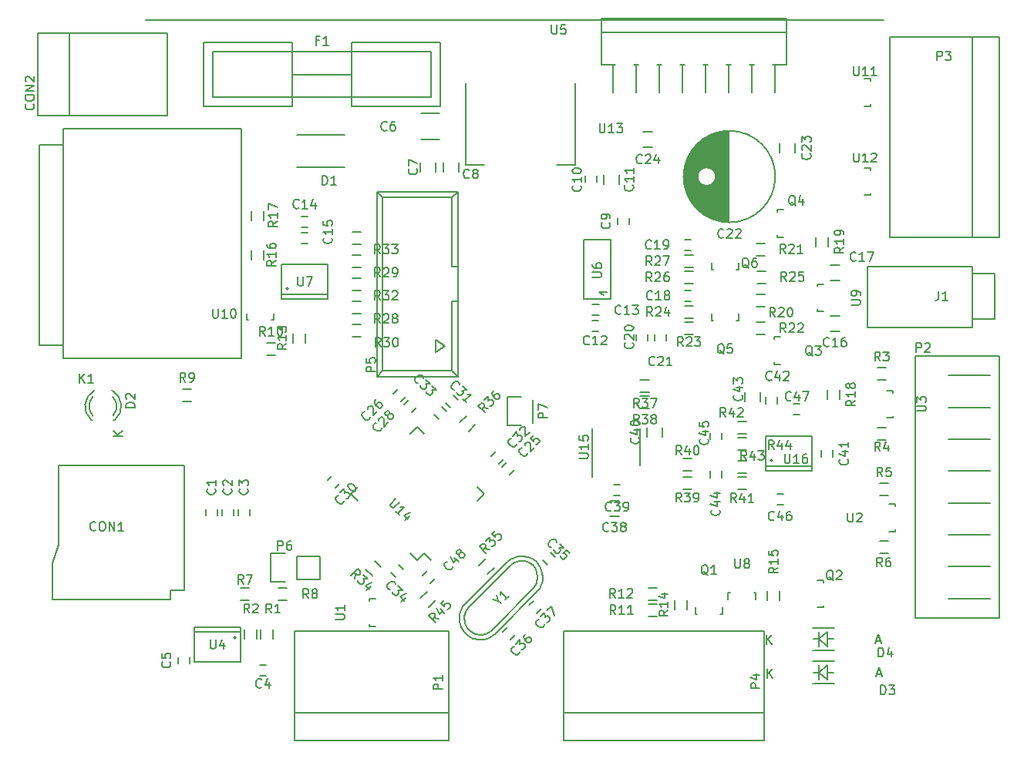
<source format=gto>
G04 #@! TF.FileFunction,Legend,Top*
%FSLAX46Y46*%
G04 Gerber Fmt 4.6, Leading zero omitted, Abs format (unit mm)*
G04 Created by KiCad (PCBNEW (2015-12-07 BZR 6353, Git 2667109)-product) date 06.01.2016 02:58:36*
%MOMM*%
G01*
G04 APERTURE LIST*
%ADD10C,0.100000*%
%ADD11C,0.200000*%
%ADD12C,0.150000*%
G04 APERTURE END LIST*
D10*
D11*
X88747600Y-48056800D02*
X169824400Y-48056800D01*
D12*
X77056000Y-61777800D02*
X79756000Y-61777800D01*
X77056000Y-83777800D02*
X77056000Y-61777800D01*
X79756000Y-83777800D02*
X77056000Y-83777800D01*
X99256000Y-85277800D02*
X79756000Y-85277800D01*
X99256000Y-59977800D02*
X99256000Y-85277800D01*
X79756000Y-59977800D02*
X99256000Y-59977800D01*
X79756000Y-85277800D02*
X79756000Y-59977800D01*
X157886400Y-56065000D02*
X157886400Y-53017000D01*
X155346400Y-56065000D02*
X155346400Y-53017000D01*
X152806400Y-56065000D02*
X152806400Y-53017000D01*
X150266400Y-56065000D02*
X150266400Y-53017000D01*
X147726400Y-56065000D02*
X147726400Y-53017000D01*
X145186400Y-56065000D02*
X145186400Y-53017000D01*
X142646400Y-56065000D02*
X142646400Y-53017000D01*
X140106400Y-56065000D02*
X140106400Y-53017000D01*
X159156400Y-49461000D02*
X138836400Y-49461000D01*
X138836400Y-47937000D02*
X138836400Y-53017000D01*
X138836400Y-53017000D02*
X140360400Y-53017000D01*
X142900400Y-53017000D02*
X142392400Y-53017000D01*
X145440400Y-53017000D02*
X144932400Y-53017000D01*
X147980400Y-53017000D02*
X147472400Y-53017000D01*
X150520400Y-53017000D02*
X150012400Y-53017000D01*
X153060400Y-53017000D02*
X152552400Y-53017000D01*
X155600400Y-53017000D02*
X155092400Y-53017000D01*
X138836400Y-47937000D02*
X159156400Y-47937000D01*
X159156400Y-47937000D02*
X159156400Y-53017000D01*
X159156400Y-53017000D02*
X157632400Y-53017000D01*
X80429100Y-49554120D02*
X80429100Y-58555880D01*
X76928980Y-49554120D02*
X76928980Y-58555880D01*
X76928980Y-58555880D02*
X91129600Y-58555880D01*
X91129600Y-58555880D02*
X91129600Y-49554120D01*
X91129600Y-49554120D02*
X76928980Y-49554120D01*
X133207928Y-106578400D02*
X133702902Y-107073374D01*
X132854374Y-107921902D02*
X132359400Y-107426928D01*
X125372167Y-107988239D02*
X126079273Y-107281133D01*
X127033867Y-108235727D02*
X126326761Y-108942833D01*
X170342000Y-100354000D02*
X169342000Y-100354000D01*
X169342000Y-99004000D02*
X170342000Y-99004000D01*
X143058342Y-96992742D02*
X143058342Y-92992742D01*
X137763342Y-98267742D02*
X137763342Y-92992742D01*
X133946900Y-63980060D02*
X135945880Y-63980060D01*
X135945880Y-63980060D02*
X135945880Y-54980840D01*
X123946920Y-54980840D02*
X123946920Y-63980060D01*
X123946920Y-63980060D02*
X125945900Y-63980060D01*
X95412000Y-102518999D02*
X95412000Y-101818999D01*
X96612000Y-101818999D02*
X96612000Y-102518999D01*
X97190000Y-102518999D02*
X97190000Y-101818999D01*
X98390000Y-101818999D02*
X98390000Y-102518999D01*
X98968000Y-102518995D02*
X98968000Y-101818995D01*
X100168000Y-101818995D02*
X100168000Y-102518995D01*
X92364000Y-118774999D02*
X92364000Y-118074999D01*
X93564000Y-118074999D02*
X93564000Y-118774999D01*
X121021600Y-58291200D02*
X119021600Y-58291200D01*
X119021600Y-61241200D02*
X121021600Y-61241200D01*
X118936400Y-63756600D02*
X118936400Y-64756600D01*
X120636400Y-64756600D02*
X120636400Y-63756600D01*
X121476400Y-63756600D02*
X121476400Y-64756600D01*
X123176400Y-64756600D02*
X123176400Y-63756600D01*
X140624000Y-70514999D02*
X140624000Y-69814999D01*
X141824000Y-69814999D02*
X141824000Y-70514999D01*
X137068000Y-65882000D02*
X137068000Y-65182000D01*
X138268000Y-65182000D02*
X138268000Y-65882000D01*
X139104000Y-65139000D02*
X139104000Y-66139000D01*
X140804000Y-66139000D02*
X140804000Y-65139000D01*
X137765000Y-81061000D02*
X138465000Y-81061000D01*
X138465000Y-82261000D02*
X137765000Y-82261000D01*
X137826000Y-79282999D02*
X138526000Y-79282999D01*
X138526000Y-80482999D02*
X137826000Y-80482999D01*
X105888000Y-69631000D02*
X106588000Y-69631000D01*
X106588000Y-70831000D02*
X105888000Y-70831000D01*
X105888000Y-71409000D02*
X106588000Y-71409000D01*
X106588000Y-72609000D02*
X105888000Y-72609000D01*
X163945000Y-82257000D02*
X164945000Y-82257000D01*
X164945000Y-80557000D02*
X163945000Y-80557000D01*
X163945000Y-76669000D02*
X164945000Y-76669000D01*
X164945000Y-74969000D02*
X163945000Y-74969000D01*
X143856000Y-82581000D02*
X143856000Y-83281000D01*
X142656000Y-83281000D02*
X142656000Y-82581000D01*
X145888000Y-82581000D02*
X145888000Y-83281000D01*
X144688000Y-83281000D02*
X144688000Y-82581000D01*
X152793000Y-70277000D02*
X152793000Y-60279000D01*
X152653000Y-70273000D02*
X152653000Y-60283000D01*
X152513000Y-70265000D02*
X152513000Y-60291000D01*
X152373000Y-70253000D02*
X152373000Y-60303000D01*
X152233000Y-70238000D02*
X152233000Y-60318000D01*
X152093000Y-70218000D02*
X152093000Y-60338000D01*
X151953000Y-70194000D02*
X151953000Y-60362000D01*
X151813000Y-70165000D02*
X151813000Y-60391000D01*
X151673000Y-70133000D02*
X151673000Y-60423000D01*
X151533000Y-70096000D02*
X151533000Y-60460000D01*
X151393000Y-70055000D02*
X151393000Y-60501000D01*
X151253000Y-70010000D02*
X151253000Y-65744000D01*
X151253000Y-64812000D02*
X151253000Y-60546000D01*
X151113000Y-69960000D02*
X151113000Y-65945000D01*
X151113000Y-64611000D02*
X151113000Y-60596000D01*
X150973000Y-69905000D02*
X150973000Y-66074000D01*
X150973000Y-64482000D02*
X150973000Y-60651000D01*
X150833000Y-69845000D02*
X150833000Y-66163000D01*
X150833000Y-64393000D02*
X150833000Y-60711000D01*
X150693000Y-69780000D02*
X150693000Y-66224000D01*
X150693000Y-64332000D02*
X150693000Y-60776000D01*
X150553000Y-69710000D02*
X150553000Y-66261000D01*
X150553000Y-64295000D02*
X150553000Y-60846000D01*
X150413000Y-69634000D02*
X150413000Y-66277000D01*
X150413000Y-64279000D02*
X150413000Y-60922000D01*
X150273000Y-69552000D02*
X150273000Y-66273000D01*
X150273000Y-64283000D02*
X150273000Y-61004000D01*
X150133000Y-69464000D02*
X150133000Y-66250000D01*
X150133000Y-64306000D02*
X150133000Y-61092000D01*
X149993000Y-69369000D02*
X149993000Y-66205000D01*
X149993000Y-64351000D02*
X149993000Y-61187000D01*
X149853000Y-69267000D02*
X149853000Y-66135000D01*
X149853000Y-64421000D02*
X149853000Y-61289000D01*
X149713000Y-69157000D02*
X149713000Y-66034000D01*
X149713000Y-64522000D02*
X149713000Y-61399000D01*
X149573000Y-69039000D02*
X149573000Y-65885000D01*
X149573000Y-64671000D02*
X149573000Y-61517000D01*
X149433000Y-68911000D02*
X149433000Y-65633000D01*
X149433000Y-64923000D02*
X149433000Y-61645000D01*
X149293000Y-68774000D02*
X149293000Y-61782000D01*
X149153000Y-68624000D02*
X149153000Y-61932000D01*
X149013000Y-68462000D02*
X149013000Y-62094000D01*
X148873000Y-68285000D02*
X148873000Y-62271000D01*
X148733000Y-68089000D02*
X148733000Y-62467000D01*
X148593000Y-67871000D02*
X148593000Y-62685000D01*
X148453000Y-67625000D02*
X148453000Y-62931000D01*
X148313000Y-67340000D02*
X148313000Y-63216000D01*
X148173000Y-66998000D02*
X148173000Y-63558000D01*
X148033000Y-66552000D02*
X148033000Y-64004000D01*
X147893000Y-65777000D02*
X147893000Y-64779000D01*
X151368000Y-65278000D02*
G75*
G03X151368000Y-65278000I-1000000J0D01*
G01*
X157905500Y-65278000D02*
G75*
G03X157905500Y-65278000I-5037500J0D01*
G01*
X160108000Y-62623000D02*
X160108000Y-61623000D01*
X158408000Y-61623000D02*
X158408000Y-62623000D01*
X144365600Y-60338600D02*
X143365600Y-60338600D01*
X143365600Y-62038600D02*
X144365600Y-62038600D01*
X127895893Y-97165867D02*
X128390867Y-96670893D01*
X129239395Y-97519421D02*
X128744421Y-98014395D01*
X115970113Y-89119557D02*
X116465087Y-88624583D01*
X117313615Y-89473111D02*
X116818641Y-89968085D01*
X117155507Y-90304952D02*
X117650481Y-89809978D01*
X118499009Y-90658506D02*
X118004035Y-91153480D01*
X110071993Y-99013679D02*
X109577019Y-99508653D01*
X108728491Y-98660125D02*
X109223465Y-98165151D01*
X122190955Y-90689351D02*
X121695981Y-90194377D01*
X122544509Y-89345849D02*
X123039483Y-89840823D01*
X126746420Y-96016395D02*
X127241394Y-95521421D01*
X128089922Y-96369949D02*
X127594948Y-96864923D01*
X120969640Y-91907821D02*
X120474666Y-91412847D01*
X121323194Y-90564319D02*
X121818168Y-91059293D01*
X116192144Y-109257676D02*
X115697170Y-108762702D01*
X116545698Y-107914174D02*
X117040672Y-108409148D01*
X129348151Y-115619777D02*
X128853177Y-116114751D01*
X128004649Y-115266223D02*
X128499623Y-114771249D01*
X164176000Y-95347000D02*
X164176000Y-96047000D01*
X162976000Y-96047000D02*
X162976000Y-95347000D01*
X91505600Y-111757400D02*
X91505600Y-110757400D01*
X93005600Y-97057400D02*
X93005600Y-110757400D01*
X79205600Y-97057400D02*
X93005600Y-97057400D01*
X78505600Y-111757400D02*
X78505600Y-107757400D01*
X78505600Y-107757400D02*
X79205600Y-105757400D01*
X79205600Y-105757400D02*
X79205600Y-97057400D01*
X91505600Y-111757400D02*
X78505600Y-111757400D01*
X91505600Y-110757400D02*
X93005600Y-110757400D01*
X105412000Y-60734000D02*
X110662000Y-60734000D01*
X110662000Y-64234000D02*
X105412000Y-64234000D01*
X85388000Y-92020000D02*
X85188000Y-92020000D01*
X82794000Y-92020000D02*
X82974000Y-92020000D01*
X83104357Y-88792256D02*
G75*
G03X82788000Y-92020000I1003643J-1727744D01*
G01*
X82974932Y-89467994D02*
G75*
G03X82974000Y-91571000I1133068J-1052006D01*
G01*
X85414726Y-92007220D02*
G75*
G03X85068000Y-88770000I-1306726J1497220D01*
G01*
X85187253Y-91533889D02*
G75*
G03X85168000Y-89486000I-1079253J1013889D01*
G01*
X163621720Y-119761000D02*
X164322760Y-119761000D01*
X162671760Y-119761000D02*
X162123120Y-119761000D01*
X162671760Y-119761000D02*
X162671760Y-120561100D01*
X162671760Y-119761000D02*
X162671760Y-118960900D01*
X162671760Y-119761000D02*
X163621720Y-118960900D01*
X163621720Y-118960900D02*
X163621720Y-120561100D01*
X163621720Y-120561100D02*
X162671760Y-119761000D01*
X162123120Y-118511320D02*
X162024060Y-118511320D01*
X162123120Y-121010680D02*
X162024060Y-121010680D01*
X164421820Y-118511320D02*
X162072320Y-118511320D01*
X164421820Y-121010680D02*
X162173920Y-121010680D01*
X163621720Y-116103400D02*
X164322760Y-116103400D01*
X162671760Y-116103400D02*
X162123120Y-116103400D01*
X162671760Y-116103400D02*
X162671760Y-116903500D01*
X162671760Y-116103400D02*
X162671760Y-115303300D01*
X162671760Y-116103400D02*
X163621720Y-115303300D01*
X163621720Y-115303300D02*
X163621720Y-116903500D01*
X163621720Y-116903500D02*
X162671760Y-116103400D01*
X162123120Y-114853720D02*
X162024060Y-114853720D01*
X162123120Y-117353080D02*
X162024060Y-117353080D01*
X164421820Y-114853720D02*
X162072320Y-114853720D01*
X164421820Y-117353080D02*
X162173920Y-117353080D01*
X111376460Y-54076600D02*
X104874060Y-54076600D01*
X111376460Y-50576480D02*
X111376460Y-57576720D01*
X120124220Y-57576720D02*
X111376460Y-57576720D01*
X120124220Y-50576480D02*
X111376460Y-50576480D01*
X97375980Y-56575960D02*
X96126300Y-56575960D01*
X97624900Y-51577240D02*
X96126300Y-51577240D01*
X109626400Y-56575960D02*
X97375980Y-56575960D01*
X109374940Y-51577240D02*
X97624900Y-51577240D01*
X120124220Y-56575960D02*
X109626400Y-56575960D01*
X120124220Y-51577240D02*
X109374940Y-51577240D01*
X120124220Y-51577240D02*
X120124220Y-56575960D01*
X121124980Y-50576480D02*
X120124220Y-50576480D01*
X121124980Y-50576480D02*
X121124980Y-57576720D01*
X121124980Y-57576720D02*
X120124220Y-57576720D01*
X96126300Y-51577240D02*
X96126300Y-56575960D01*
X104874060Y-50576480D02*
X95125540Y-50576480D01*
X95125540Y-50576480D02*
X95125540Y-57576720D01*
X104874060Y-57576720D02*
X95125540Y-57576720D01*
X104874060Y-50576480D02*
X104874060Y-57576720D01*
X179522000Y-80941000D02*
X179522000Y-75941000D01*
X182022000Y-80941000D02*
X179522000Y-80941000D01*
X182022000Y-75941000D02*
X182022000Y-80941000D01*
X179522000Y-75941000D02*
X182022000Y-75941000D01*
X179522000Y-81891000D02*
X179522000Y-75191000D01*
X168022000Y-81891000D02*
X179522000Y-81891000D01*
X168022000Y-75191000D02*
X168022000Y-81891000D01*
X179522000Y-75191000D02*
X168022000Y-75191000D01*
X122088800Y-124213000D02*
X105088800Y-124213000D01*
X122088800Y-115213000D02*
X122088800Y-127213000D01*
X105088800Y-115213000D02*
X122088800Y-115213000D01*
X105088800Y-127213000D02*
X105088800Y-115213000D01*
X122088800Y-127213000D02*
X105088800Y-127213000D01*
X176898000Y-87125400D02*
X181498000Y-87125400D01*
X173298000Y-84975400D02*
X182498000Y-84975400D01*
X173298000Y-113775400D02*
X173298000Y-84975400D01*
X182498000Y-113775400D02*
X173298000Y-113775400D01*
X182498000Y-84975400D02*
X182498000Y-113775400D01*
X176898000Y-90625400D02*
X181498000Y-90625400D01*
X176898000Y-94125400D02*
X181498000Y-94125400D01*
X176898000Y-97625400D02*
X181498000Y-97625400D01*
X176898000Y-101125400D02*
X181498000Y-101125400D01*
X176898000Y-104625400D02*
X181498000Y-104625400D01*
X176898000Y-108125400D02*
X181498000Y-108125400D01*
X176898000Y-111625400D02*
X181498000Y-111625400D01*
X179508800Y-49953000D02*
X179508800Y-71953000D01*
X170508800Y-49953000D02*
X182508800Y-49953000D01*
X170508800Y-71953000D02*
X170508800Y-49953000D01*
X182508800Y-71953000D02*
X170508800Y-71953000D01*
X182508800Y-49953000D02*
X182508800Y-71953000D01*
X156676000Y-124213000D02*
X134676000Y-124213000D01*
X156676000Y-115213000D02*
X156676000Y-127213000D01*
X134676000Y-115213000D02*
X156676000Y-115213000D01*
X134676000Y-127213000D02*
X134676000Y-115213000D01*
X156676000Y-127213000D02*
X134676000Y-127213000D01*
X152121820Y-112621060D02*
X152121820Y-113322100D01*
X152121820Y-113322100D02*
X151872900Y-113322100D01*
X149322840Y-113322100D02*
X149122180Y-113322100D01*
X149122180Y-113322100D02*
X149122180Y-112621060D01*
X162532060Y-109625180D02*
X163233100Y-109625180D01*
X163233100Y-109625180D02*
X163233100Y-109874100D01*
X163233100Y-112424160D02*
X163233100Y-112624820D01*
X163233100Y-112624820D02*
X162532060Y-112624820D01*
X158442660Y-85888820D02*
X157741620Y-85888820D01*
X157741620Y-85888820D02*
X157741620Y-85639900D01*
X157741620Y-83089840D02*
X157741620Y-82889180D01*
X157741620Y-82889180D02*
X158442660Y-82889180D01*
X158823660Y-71923820D02*
X158122620Y-71923820D01*
X158122620Y-71923820D02*
X158122620Y-71674900D01*
X158122620Y-69124840D02*
X158122620Y-68924180D01*
X158122620Y-68924180D02*
X158823660Y-68924180D01*
X153899820Y-80363060D02*
X153899820Y-81064100D01*
X153899820Y-81064100D02*
X153650900Y-81064100D01*
X151100840Y-81064100D02*
X150900180Y-81064100D01*
X150900180Y-81064100D02*
X150900180Y-80363060D01*
X153899820Y-74775060D02*
X153899820Y-75476100D01*
X153899820Y-75476100D02*
X153650900Y-75476100D01*
X151100840Y-75476100D02*
X150900180Y-75476100D01*
X150900180Y-75476100D02*
X150900180Y-74775060D01*
X101433000Y-116027000D02*
X101433000Y-115027000D01*
X102783000Y-115027000D02*
X102783000Y-116027000D01*
X99655000Y-116027000D02*
X99655000Y-115027000D01*
X101005000Y-115027000D02*
X101005000Y-116027000D01*
X170088000Y-87654000D02*
X169088000Y-87654000D01*
X169088000Y-86304000D02*
X170088000Y-86304000D01*
X170088000Y-94258000D02*
X169088000Y-94258000D01*
X169088000Y-92908000D02*
X170088000Y-92908000D01*
X170342000Y-106704000D02*
X169342000Y-106704000D01*
X169342000Y-105354000D02*
X170342000Y-105354000D01*
X99151999Y-110450000D02*
X100151999Y-110450000D01*
X100151999Y-111800000D02*
X99151999Y-111800000D01*
X93802000Y-89956000D02*
X92802000Y-89956000D01*
X92802000Y-88606000D02*
X93802000Y-88606000D01*
X103032000Y-84876000D02*
X102032000Y-84876000D01*
X102032000Y-83526000D02*
X103032000Y-83526000D01*
X143942000Y-112228000D02*
X144942000Y-112228000D01*
X144942000Y-113578000D02*
X143942000Y-113578000D01*
X143942000Y-110450000D02*
X144942000Y-110450000D01*
X144942000Y-111800000D02*
X143942000Y-111800000D01*
X106339000Y-82515000D02*
X106339000Y-83515000D01*
X104989000Y-83515000D02*
X104989000Y-82515000D01*
X148249000Y-111811000D02*
X148249000Y-112811000D01*
X146899000Y-112811000D02*
X146899000Y-111811000D01*
X158409000Y-110795000D02*
X158409000Y-111795000D01*
X157059000Y-111795000D02*
X157059000Y-110795000D01*
X101767000Y-73371000D02*
X101767000Y-74371000D01*
X100417000Y-74371000D02*
X100417000Y-73371000D01*
X100417000Y-70053000D02*
X100417000Y-69053000D01*
X101767000Y-69053000D02*
X101767000Y-70053000D01*
X163663000Y-89737999D02*
X163663000Y-88737999D01*
X165013000Y-88737999D02*
X165013000Y-89737999D01*
X162393000Y-72933001D02*
X162393000Y-71933001D01*
X163743000Y-71933001D02*
X163743000Y-72933001D01*
X155793999Y-78192000D02*
X156793999Y-78192000D01*
X156793999Y-79542000D02*
X155793999Y-79542000D01*
X155794000Y-72604000D02*
X156794000Y-72604000D01*
X156794000Y-73954000D02*
X155794000Y-73954000D01*
X155794000Y-81240000D02*
X156794000Y-81240000D01*
X156794000Y-82590000D02*
X155794000Y-82590000D01*
X147920000Y-81240000D02*
X148920000Y-81240000D01*
X148920000Y-82590000D02*
X147920000Y-82590000D01*
X155880001Y-75652000D02*
X156880001Y-75652000D01*
X156880001Y-77002000D02*
X155880001Y-77002000D01*
X147920000Y-75652000D02*
X148920000Y-75652000D01*
X148920000Y-77002000D02*
X147920000Y-77002000D01*
X124925667Y-92563927D02*
X124218561Y-93271033D01*
X123263967Y-92316439D02*
X123971073Y-91609333D01*
X143078400Y-87640800D02*
X144078400Y-87640800D01*
X144078400Y-88990800D02*
X143078400Y-88990800D01*
X143078400Y-89418800D02*
X144078400Y-89418800D01*
X144078400Y-90768800D02*
X143078400Y-90768800D01*
X154762000Y-99608000D02*
X153762000Y-99608000D01*
X153762000Y-98258000D02*
X154762000Y-98258000D01*
X154762000Y-93512000D02*
X153762000Y-93512000D01*
X153762000Y-92162000D02*
X154762000Y-92162000D01*
X154762000Y-97830000D02*
X153762000Y-97830000D01*
X153762000Y-96480000D02*
X154762000Y-96480000D01*
X154762000Y-95290000D02*
X153762000Y-95290000D01*
X153762000Y-93940000D02*
X154762000Y-93940000D01*
X114023140Y-114682220D02*
X113322100Y-114682220D01*
X113322100Y-114682220D02*
X113322100Y-114433300D01*
X113322100Y-111883240D02*
X113322100Y-111682580D01*
X113322100Y-111682580D02*
X114023140Y-111682580D01*
X170406060Y-101277980D02*
X171107100Y-101277980D01*
X171107100Y-101277980D02*
X171107100Y-101526900D01*
X171107100Y-104076960D02*
X171107100Y-104277620D01*
X171107100Y-104277620D02*
X170406060Y-104277620D01*
X170152060Y-88781180D02*
X170853100Y-88781180D01*
X170853100Y-88781180D02*
X170853100Y-89030100D01*
X170853100Y-91580160D02*
X170853100Y-91780820D01*
X170853100Y-91780820D02*
X170152060Y-91780820D01*
X98679000Y-115951000D02*
G75*
G03X98679000Y-115951000I-127000J0D01*
G01*
X99187000Y-115316000D02*
X94107000Y-115316000D01*
X99187000Y-118618000D02*
X94107000Y-118618000D01*
X99187000Y-114808000D02*
X94107000Y-114808000D01*
X99187000Y-114808000D02*
X99187000Y-118618000D01*
X94107000Y-114808000D02*
X94107000Y-118618000D01*
X136831601Y-72188000D02*
X136831601Y-78688000D01*
X139831601Y-72188000D02*
X136831601Y-72188000D01*
X139831601Y-78688000D02*
X139831601Y-72188000D01*
X136831601Y-78688000D02*
X139831601Y-78688000D01*
X139032261Y-78307920D02*
X138582681Y-77957400D01*
X138732541Y-78059000D02*
X138582681Y-77957400D01*
X138582681Y-77957400D02*
X139431041Y-77957400D01*
X104470200Y-77597000D02*
G75*
G03X104470200Y-77597000I-127000J0D01*
G01*
X103708200Y-78232000D02*
X108788200Y-78232000D01*
X103708200Y-74930000D02*
X108788200Y-74930000D01*
X103708200Y-78740000D02*
X108788200Y-78740000D01*
X103708200Y-78740000D02*
X103708200Y-74930000D01*
X108788200Y-78740000D02*
X108788200Y-74930000D01*
X152744180Y-111706660D02*
X152744180Y-111005620D01*
X152744180Y-111005620D02*
X152993100Y-111005620D01*
X155543160Y-111005620D02*
X155743820Y-111005620D01*
X155743820Y-111005620D02*
X155743820Y-111706660D01*
X163222940Y-80112820D02*
X162521900Y-80112820D01*
X162521900Y-80112820D02*
X162521900Y-79863900D01*
X162521900Y-77313840D02*
X162521900Y-77113180D01*
X162521900Y-77113180D02*
X163222940Y-77113180D01*
X102845820Y-80340200D02*
X102845820Y-81041240D01*
X102845820Y-81041240D02*
X102596900Y-81041240D01*
X100046840Y-81041240D02*
X99846180Y-81041240D01*
X99846180Y-81041240D02*
X99846180Y-80340200D01*
X167662860Y-54536380D02*
X168363900Y-54536380D01*
X168363900Y-54536380D02*
X168363900Y-54785300D01*
X168363900Y-57335360D02*
X168363900Y-57536020D01*
X168363900Y-57536020D02*
X167662860Y-57536020D01*
X167662860Y-64340780D02*
X168363900Y-64340780D01*
X168363900Y-64340780D02*
X168363900Y-64589700D01*
X168363900Y-67139760D02*
X168363900Y-67340420D01*
X168363900Y-67340420D02*
X167662860Y-67340420D01*
X118611298Y-107427684D02*
X119371438Y-106667544D01*
X111292743Y-100109129D02*
X112052883Y-99348989D01*
X118611298Y-92790574D02*
X117851158Y-93550714D01*
X125929853Y-100109129D02*
X125169713Y-100869269D01*
X118611298Y-107427684D02*
X117851158Y-106667544D01*
X125929853Y-100109129D02*
X125169713Y-99348989D01*
X118611298Y-92790574D02*
X119371438Y-93550714D01*
X111292743Y-100109129D02*
X112052883Y-100869269D01*
X119371438Y-106667544D02*
X120096222Y-107392329D01*
X157607000Y-96443800D02*
G75*
G03X157607000Y-96443800I-127000J0D01*
G01*
X156845000Y-97078800D02*
X161925000Y-97078800D01*
X156845000Y-93776800D02*
X161925000Y-93776800D01*
X156845000Y-97586800D02*
X161925000Y-97586800D01*
X156845000Y-97586800D02*
X156845000Y-93776800D01*
X161925000Y-97586800D02*
X161925000Y-93776800D01*
X130412637Y-107547460D02*
X130838301Y-107689348D01*
X130838301Y-107689348D02*
X131334011Y-108041374D01*
X131334011Y-108041374D02*
X131615991Y-108467038D01*
X131615991Y-108467038D02*
X131827925Y-109242932D01*
X131827925Y-109242932D02*
X131686037Y-109952373D01*
X131686037Y-109952373D02*
X131404057Y-110518129D01*
X131404057Y-110518129D02*
X126737916Y-115184270D01*
X126737916Y-115184270D02*
X126100318Y-115538092D01*
X126100318Y-115538092D02*
X125606404Y-115608138D01*
X125606404Y-115608138D02*
X124968805Y-115538092D01*
X124968805Y-115538092D02*
X124403049Y-115256112D01*
X124403049Y-115256112D02*
X124049227Y-114902290D01*
X124049227Y-114902290D02*
X123837293Y-114406580D01*
X123837293Y-114406580D02*
X123767247Y-113628889D01*
X123767247Y-113628889D02*
X123909135Y-113063133D01*
X123909135Y-113063133D02*
X124191115Y-112637469D01*
X124261161Y-112567423D02*
X128929098Y-107899486D01*
X128929098Y-107899486D02*
X129282920Y-107689348D01*
X129282920Y-107689348D02*
X129848676Y-107547460D01*
X129848676Y-107547460D02*
X130556321Y-107547460D01*
X123894767Y-112186660D02*
X123603806Y-112545871D01*
X123603806Y-112545871D02*
X123400853Y-112906877D01*
X123400853Y-112906877D02*
X123249984Y-113366666D01*
X123249984Y-113366666D02*
X123208675Y-113734857D01*
X123208675Y-113734857D02*
X123223044Y-114216198D01*
X123223044Y-114216198D02*
X123399057Y-114801711D01*
X123399057Y-114801711D02*
X123731326Y-115317178D01*
X123731326Y-115317178D02*
X124092332Y-115678184D01*
X124092332Y-115678184D02*
X124708378Y-116053559D01*
X124708378Y-116053559D02*
X125407042Y-116188262D01*
X125407042Y-116188262D02*
X125994351Y-116125401D01*
X125994351Y-116125401D02*
X126439771Y-115974532D01*
X126439771Y-115974532D02*
X126870824Y-115769783D01*
X126870824Y-115769783D02*
X127203093Y-115480618D01*
X132239221Y-110135570D02*
X132350576Y-109711702D01*
X132350576Y-109711702D02*
X132379313Y-109287834D01*
X132379313Y-109287834D02*
X132323635Y-108876538D01*
X132323635Y-108876538D02*
X132145826Y-108274861D01*
X132145826Y-108274861D02*
X131890787Y-107865361D01*
X131890787Y-107865361D02*
X131580070Y-107525907D01*
X131580070Y-107525907D02*
X131192123Y-107263684D01*
X131192123Y-107263684D02*
X130739518Y-107080487D01*
X130739518Y-107080487D02*
X130152209Y-107003257D01*
X130152209Y-107003257D02*
X129678052Y-107024809D01*
X129678052Y-107024809D02*
X129239815Y-107136164D01*
X129239815Y-107136164D02*
X128837500Y-107340914D01*
X128837500Y-107340914D02*
X128476493Y-107604934D01*
X127181540Y-115487803D02*
X131743511Y-110925832D01*
X131743511Y-110925832D02*
X132012918Y-110602543D01*
X132012918Y-110602543D02*
X132239221Y-110135570D01*
X123887582Y-112193845D02*
X128449553Y-107631874D01*
X103302001Y-110450000D02*
X104302001Y-110450000D01*
X104302001Y-111800000D02*
X103302001Y-111800000D01*
X101316000Y-118907000D02*
X102016000Y-118907000D01*
X102016000Y-120107000D02*
X101316000Y-120107000D01*
X114808000Y-86614000D02*
X114173000Y-87249000D01*
X122428000Y-86614000D02*
X123063000Y-87249000D01*
X122428000Y-67564000D02*
X123063000Y-66929000D01*
X114808000Y-67564000D02*
X114173000Y-66929000D01*
X123063000Y-75184000D02*
X122428000Y-75184000D01*
X122428000Y-75184000D02*
X122428000Y-67564000D01*
X122428000Y-67564000D02*
X114808000Y-67564000D01*
X114808000Y-67564000D02*
X114808000Y-86614000D01*
X114808000Y-86614000D02*
X122428000Y-86614000D01*
X122428000Y-86614000D02*
X122428000Y-78994000D01*
X122428000Y-78994000D02*
X123063000Y-78994000D01*
X123063000Y-87249000D02*
X123063000Y-66929000D01*
X114173000Y-66929000D02*
X114173000Y-87249000D01*
X114173000Y-87249000D02*
X123063000Y-87249000D01*
X114173000Y-66929000D02*
X123063000Y-66929000D01*
X120586500Y-84587080D02*
X121655840Y-83888580D01*
X121655840Y-83888580D02*
X120586500Y-83187540D01*
X120586500Y-83187540D02*
X120586500Y-84587080D01*
X105333800Y-106984800D02*
X107873800Y-106984800D01*
X102513800Y-106704800D02*
X104063800Y-106704800D01*
X105333800Y-106984800D02*
X105333800Y-109524800D01*
X104063800Y-109804800D02*
X102513800Y-109804800D01*
X102513800Y-109804800D02*
X102513800Y-106704800D01*
X105333800Y-109524800D02*
X107873800Y-109524800D01*
X107873800Y-109524800D02*
X107873800Y-106984800D01*
X111430000Y-78954000D02*
X112430000Y-78954000D01*
X112430000Y-80304000D02*
X111430000Y-80304000D01*
X112430000Y-75224000D02*
X111430000Y-75224000D01*
X111430000Y-73874000D02*
X112430000Y-73874000D01*
X112430000Y-82844000D02*
X111430000Y-82844000D01*
X111430000Y-81494000D02*
X112430000Y-81494000D01*
X112430000Y-72684000D02*
X111430000Y-72684000D01*
X111430000Y-71334000D02*
X112430000Y-71334000D01*
X128498000Y-89509000D02*
X130048000Y-89509000D01*
X130048000Y-92609000D02*
X128498000Y-92609000D01*
X128498000Y-92609000D02*
X128498000Y-89509000D01*
X131318000Y-92329000D02*
X131318000Y-89789000D01*
X113652439Y-109146033D02*
X112945333Y-108438927D01*
X113899927Y-107484333D02*
X114607033Y-108191439D01*
X112430000Y-77764000D02*
X111430000Y-77764000D01*
X111430000Y-76414000D02*
X112430000Y-76414000D01*
X130888898Y-112381974D02*
X131383872Y-111887000D01*
X132232400Y-112735528D02*
X131737426Y-113230502D01*
X139728000Y-102577000D02*
X140728000Y-102577000D01*
X140728000Y-100877000D02*
X139728000Y-100877000D01*
X140878000Y-100295000D02*
X140178000Y-100295000D01*
X140178000Y-99095000D02*
X140878000Y-99095000D01*
X143815342Y-92842742D02*
X143815342Y-93842742D01*
X145515342Y-93842742D02*
X145515342Y-92842742D01*
X156880000Y-90205000D02*
X156880000Y-89505000D01*
X158080000Y-89505000D02*
X158080000Y-90205000D01*
X147920000Y-77759000D02*
X148620000Y-77759000D01*
X148620000Y-78959000D02*
X147920000Y-78959000D01*
X147920000Y-72171000D02*
X148620000Y-72171000D01*
X148620000Y-73371000D02*
X147920000Y-73371000D01*
X154598000Y-89014999D02*
X154598000Y-90014999D01*
X156298000Y-90014999D02*
X156298000Y-89014999D01*
X150784000Y-98333000D02*
X150784000Y-97633000D01*
X151984000Y-97633000D02*
X151984000Y-98333000D01*
X151984000Y-93437001D02*
X151984000Y-94137001D01*
X150784000Y-94137001D02*
X150784000Y-93437001D01*
X158780000Y-101311000D02*
X158080000Y-101311000D01*
X158080000Y-100111000D02*
X158780000Y-100111000D01*
X160557999Y-91405000D02*
X159857999Y-91405000D01*
X159857999Y-90205000D02*
X160557999Y-90205000D01*
X148920000Y-80812000D02*
X147920000Y-80812000D01*
X147920000Y-79462000D02*
X148920000Y-79462000D01*
X148920000Y-75224000D02*
X147920000Y-75224000D01*
X147920000Y-73874000D02*
X148920000Y-73874000D01*
X147752000Y-98258000D02*
X148752000Y-98258000D01*
X148752000Y-99608000D02*
X147752000Y-99608000D01*
X147752001Y-96226000D02*
X148752001Y-96226000D01*
X148752001Y-97576000D02*
X147752001Y-97576000D01*
X119176800Y-109133472D02*
X119671774Y-108638498D01*
X120520302Y-109487026D02*
X120025328Y-109982000D01*
X118939733Y-111601273D02*
X119646839Y-110894167D01*
X120601433Y-111848761D02*
X119894327Y-112555867D01*
X81517905Y-87930181D02*
X81517905Y-86930181D01*
X82089334Y-87930181D02*
X81660762Y-87358752D01*
X82089334Y-86930181D02*
X81517905Y-87501610D01*
X83041715Y-87930181D02*
X82470286Y-87930181D01*
X82756000Y-87930181D02*
X82756000Y-86930181D01*
X82660762Y-87073038D01*
X82565524Y-87168276D01*
X82470286Y-87215895D01*
X138614305Y-59447181D02*
X138614305Y-60256705D01*
X138661924Y-60351943D01*
X138709543Y-60399562D01*
X138804781Y-60447181D01*
X138995258Y-60447181D01*
X139090496Y-60399562D01*
X139138115Y-60351943D01*
X139185734Y-60256705D01*
X139185734Y-59447181D01*
X140185734Y-60447181D02*
X139614305Y-60447181D01*
X139900019Y-60447181D02*
X139900019Y-59447181D01*
X139804781Y-59590038D01*
X139709543Y-59685276D01*
X139614305Y-59732895D01*
X140519067Y-59447181D02*
X141138115Y-59447181D01*
X140804781Y-59828133D01*
X140947639Y-59828133D01*
X141042877Y-59875752D01*
X141090496Y-59923371D01*
X141138115Y-60018610D01*
X141138115Y-60256705D01*
X141090496Y-60351943D01*
X141042877Y-60399562D01*
X140947639Y-60447181D01*
X140661924Y-60447181D01*
X140566686Y-60399562D01*
X140519067Y-60351943D01*
X76436743Y-57319285D02*
X76484362Y-57366904D01*
X76531981Y-57509761D01*
X76531981Y-57604999D01*
X76484362Y-57747857D01*
X76389124Y-57843095D01*
X76293886Y-57890714D01*
X76103410Y-57938333D01*
X75960552Y-57938333D01*
X75770076Y-57890714D01*
X75674838Y-57843095D01*
X75579600Y-57747857D01*
X75531981Y-57604999D01*
X75531981Y-57509761D01*
X75579600Y-57366904D01*
X75627219Y-57319285D01*
X75531981Y-56700238D02*
X75531981Y-56509761D01*
X75579600Y-56414523D01*
X75674838Y-56319285D01*
X75865314Y-56271666D01*
X76198648Y-56271666D01*
X76389124Y-56319285D01*
X76484362Y-56414523D01*
X76531981Y-56509761D01*
X76531981Y-56700238D01*
X76484362Y-56795476D01*
X76389124Y-56890714D01*
X76198648Y-56938333D01*
X75865314Y-56938333D01*
X75674838Y-56890714D01*
X75579600Y-56795476D01*
X75531981Y-56700238D01*
X76531981Y-55843095D02*
X75531981Y-55843095D01*
X76531981Y-55271666D01*
X75531981Y-55271666D01*
X75627219Y-54843095D02*
X75579600Y-54795476D01*
X75531981Y-54700238D01*
X75531981Y-54462142D01*
X75579600Y-54366904D01*
X75627219Y-54319285D01*
X75722457Y-54271666D01*
X75817695Y-54271666D01*
X75960552Y-54319285D01*
X76531981Y-54890714D01*
X76531981Y-54271666D01*
X133354093Y-106020771D02*
X133286750Y-106020771D01*
X133152063Y-105953427D01*
X133084719Y-105886084D01*
X133017375Y-105751396D01*
X133017375Y-105616709D01*
X133051047Y-105515694D01*
X133152062Y-105347336D01*
X133253078Y-105246320D01*
X133421437Y-105145305D01*
X133522452Y-105111633D01*
X133657139Y-105111633D01*
X133791826Y-105178977D01*
X133859170Y-105246320D01*
X133926513Y-105381007D01*
X133926513Y-105448351D01*
X134229559Y-105616709D02*
X134667292Y-106054442D01*
X134162215Y-106088113D01*
X134263231Y-106189129D01*
X134296903Y-106290144D01*
X134296903Y-106357488D01*
X134263230Y-106458504D01*
X134094872Y-106626862D01*
X133993857Y-106660534D01*
X133926513Y-106660534D01*
X133825498Y-106626862D01*
X133623467Y-106424831D01*
X133589795Y-106323816D01*
X133589795Y-106256473D01*
X135307055Y-106694206D02*
X134970337Y-106357488D01*
X134599948Y-106660533D01*
X134667292Y-106660533D01*
X134768307Y-106694205D01*
X134936666Y-106862564D01*
X134970338Y-106963579D01*
X134970338Y-107030923D01*
X134936665Y-107131939D01*
X134768307Y-107300297D01*
X134667292Y-107333969D01*
X134599948Y-107333969D01*
X134498933Y-107300297D01*
X134330574Y-107131938D01*
X134296902Y-107030923D01*
X134296902Y-106963579D01*
X126560512Y-106235250D02*
X125988092Y-106134235D01*
X126156451Y-106639312D02*
X125449344Y-105932205D01*
X125718718Y-105662830D01*
X125819734Y-105629159D01*
X125887077Y-105629159D01*
X125988092Y-105662830D01*
X126089107Y-105763845D01*
X126122779Y-105864861D01*
X126122779Y-105932204D01*
X126089107Y-106033219D01*
X125819733Y-106302594D01*
X126089107Y-105292441D02*
X126526840Y-104854708D01*
X126560511Y-105359785D01*
X126661527Y-105258769D01*
X126762542Y-105225097D01*
X126829886Y-105225097D01*
X126930902Y-105258770D01*
X127099260Y-105427128D01*
X127132932Y-105528143D01*
X127132932Y-105595487D01*
X127099260Y-105696502D01*
X126897229Y-105898533D01*
X126796214Y-105932205D01*
X126728871Y-105932205D01*
X127166604Y-104214945D02*
X126829886Y-104551663D01*
X127132931Y-104922052D01*
X127132931Y-104854708D01*
X127166603Y-104753693D01*
X127334962Y-104585334D01*
X127435977Y-104551662D01*
X127503321Y-104551662D01*
X127604337Y-104585335D01*
X127772695Y-104753693D01*
X127806367Y-104854708D01*
X127806367Y-104922052D01*
X127772695Y-105023067D01*
X127604336Y-105191426D01*
X127503321Y-105225098D01*
X127435977Y-105225098D01*
X169675334Y-98231381D02*
X169342000Y-97755190D01*
X169103905Y-98231381D02*
X169103905Y-97231381D01*
X169484858Y-97231381D01*
X169580096Y-97279000D01*
X169627715Y-97326619D01*
X169675334Y-97421857D01*
X169675334Y-97564714D01*
X169627715Y-97659952D01*
X169580096Y-97707571D01*
X169484858Y-97755190D01*
X169103905Y-97755190D01*
X170580096Y-97231381D02*
X170103905Y-97231381D01*
X170056286Y-97707571D01*
X170103905Y-97659952D01*
X170199143Y-97612333D01*
X170437239Y-97612333D01*
X170532477Y-97659952D01*
X170580096Y-97707571D01*
X170627715Y-97802810D01*
X170627715Y-98040905D01*
X170580096Y-98136143D01*
X170532477Y-98183762D01*
X170437239Y-98231381D01*
X170199143Y-98231381D01*
X170103905Y-98183762D01*
X170056286Y-98136143D01*
X136363223Y-96230837D02*
X137172747Y-96230837D01*
X137267985Y-96183218D01*
X137315604Y-96135599D01*
X137363223Y-96040361D01*
X137363223Y-95849884D01*
X137315604Y-95754646D01*
X137267985Y-95707027D01*
X137172747Y-95659408D01*
X136363223Y-95659408D01*
X137363223Y-94659408D02*
X137363223Y-95230837D01*
X137363223Y-94945123D02*
X136363223Y-94945123D01*
X136506080Y-95040361D01*
X136601318Y-95135599D01*
X136648937Y-95230837D01*
X136363223Y-93754646D02*
X136363223Y-94230837D01*
X136839413Y-94278456D01*
X136791794Y-94230837D01*
X136744175Y-94135599D01*
X136744175Y-93897503D01*
X136791794Y-93802265D01*
X136839413Y-93754646D01*
X136934652Y-93707027D01*
X137172747Y-93707027D01*
X137267985Y-93754646D01*
X137315604Y-93802265D01*
X137363223Y-93897503D01*
X137363223Y-94135599D01*
X137315604Y-94230837D01*
X137267985Y-94278456D01*
X133350095Y-48626781D02*
X133350095Y-49436305D01*
X133397714Y-49531543D01*
X133445333Y-49579162D01*
X133540571Y-49626781D01*
X133731048Y-49626781D01*
X133826286Y-49579162D01*
X133873905Y-49531543D01*
X133921524Y-49436305D01*
X133921524Y-48626781D01*
X134873905Y-48626781D02*
X134397714Y-48626781D01*
X134350095Y-49102971D01*
X134397714Y-49055352D01*
X134492952Y-49007733D01*
X134731048Y-49007733D01*
X134826286Y-49055352D01*
X134873905Y-49102971D01*
X134921524Y-49198210D01*
X134921524Y-49436305D01*
X134873905Y-49531543D01*
X134826286Y-49579162D01*
X134731048Y-49626781D01*
X134492952Y-49626781D01*
X134397714Y-49579162D01*
X134350095Y-49531543D01*
X96369143Y-99582266D02*
X96416762Y-99629885D01*
X96464381Y-99772742D01*
X96464381Y-99867980D01*
X96416762Y-100010838D01*
X96321524Y-100106076D01*
X96226286Y-100153695D01*
X96035810Y-100201314D01*
X95892952Y-100201314D01*
X95702476Y-100153695D01*
X95607238Y-100106076D01*
X95512000Y-100010838D01*
X95464381Y-99867980D01*
X95464381Y-99772742D01*
X95512000Y-99629885D01*
X95559619Y-99582266D01*
X96464381Y-98629885D02*
X96464381Y-99201314D01*
X96464381Y-98915600D02*
X95464381Y-98915600D01*
X95607238Y-99010838D01*
X95702476Y-99106076D01*
X95750095Y-99201314D01*
X98147143Y-99582266D02*
X98194762Y-99629885D01*
X98242381Y-99772742D01*
X98242381Y-99867980D01*
X98194762Y-100010838D01*
X98099524Y-100106076D01*
X98004286Y-100153695D01*
X97813810Y-100201314D01*
X97670952Y-100201314D01*
X97480476Y-100153695D01*
X97385238Y-100106076D01*
X97290000Y-100010838D01*
X97242381Y-99867980D01*
X97242381Y-99772742D01*
X97290000Y-99629885D01*
X97337619Y-99582266D01*
X97337619Y-99201314D02*
X97290000Y-99153695D01*
X97242381Y-99058457D01*
X97242381Y-98820361D01*
X97290000Y-98725123D01*
X97337619Y-98677504D01*
X97432857Y-98629885D01*
X97528095Y-98629885D01*
X97670952Y-98677504D01*
X98242381Y-99248933D01*
X98242381Y-98629885D01*
X99925143Y-99582266D02*
X99972762Y-99629885D01*
X100020381Y-99772742D01*
X100020381Y-99867980D01*
X99972762Y-100010838D01*
X99877524Y-100106076D01*
X99782286Y-100153695D01*
X99591810Y-100201314D01*
X99448952Y-100201314D01*
X99258476Y-100153695D01*
X99163238Y-100106076D01*
X99068000Y-100010838D01*
X99020381Y-99867980D01*
X99020381Y-99772742D01*
X99068000Y-99629885D01*
X99115619Y-99582266D01*
X99020381Y-99248933D02*
X99020381Y-98629885D01*
X99401333Y-98963219D01*
X99401333Y-98820361D01*
X99448952Y-98725123D01*
X99496571Y-98677504D01*
X99591810Y-98629885D01*
X99829905Y-98629885D01*
X99925143Y-98677504D01*
X99972762Y-98725123D01*
X100020381Y-98820361D01*
X100020381Y-99106076D01*
X99972762Y-99201314D01*
X99925143Y-99248933D01*
X91421143Y-118591665D02*
X91468762Y-118639284D01*
X91516381Y-118782141D01*
X91516381Y-118877379D01*
X91468762Y-119020237D01*
X91373524Y-119115475D01*
X91278286Y-119163094D01*
X91087810Y-119210713D01*
X90944952Y-119210713D01*
X90754476Y-119163094D01*
X90659238Y-119115475D01*
X90564000Y-119020237D01*
X90516381Y-118877379D01*
X90516381Y-118782141D01*
X90564000Y-118639284D01*
X90611619Y-118591665D01*
X90516381Y-117686903D02*
X90516381Y-118163094D01*
X90992571Y-118210713D01*
X90944952Y-118163094D01*
X90897333Y-118067856D01*
X90897333Y-117829760D01*
X90944952Y-117734522D01*
X90992571Y-117686903D01*
X91087810Y-117639284D01*
X91325905Y-117639284D01*
X91421143Y-117686903D01*
X91468762Y-117734522D01*
X91516381Y-117829760D01*
X91516381Y-118067856D01*
X91468762Y-118163094D01*
X91421143Y-118210713D01*
X115250934Y-60148743D02*
X115203315Y-60196362D01*
X115060458Y-60243981D01*
X114965220Y-60243981D01*
X114822362Y-60196362D01*
X114727124Y-60101124D01*
X114679505Y-60005886D01*
X114631886Y-59815410D01*
X114631886Y-59672552D01*
X114679505Y-59482076D01*
X114727124Y-59386838D01*
X114822362Y-59291600D01*
X114965220Y-59243981D01*
X115060458Y-59243981D01*
X115203315Y-59291600D01*
X115250934Y-59339219D01*
X116108077Y-59243981D02*
X115917600Y-59243981D01*
X115822362Y-59291600D01*
X115774743Y-59339219D01*
X115679505Y-59482076D01*
X115631886Y-59672552D01*
X115631886Y-60053505D01*
X115679505Y-60148743D01*
X115727124Y-60196362D01*
X115822362Y-60243981D01*
X116012839Y-60243981D01*
X116108077Y-60196362D01*
X116155696Y-60148743D01*
X116203315Y-60053505D01*
X116203315Y-59815410D01*
X116155696Y-59720171D01*
X116108077Y-59672552D01*
X116012839Y-59624933D01*
X115822362Y-59624933D01*
X115727124Y-59672552D01*
X115679505Y-59720171D01*
X115631886Y-59815410D01*
X118517943Y-64423266D02*
X118565562Y-64470885D01*
X118613181Y-64613742D01*
X118613181Y-64708980D01*
X118565562Y-64851838D01*
X118470324Y-64947076D01*
X118375086Y-64994695D01*
X118184610Y-65042314D01*
X118041752Y-65042314D01*
X117851276Y-64994695D01*
X117756038Y-64947076D01*
X117660800Y-64851838D01*
X117613181Y-64708980D01*
X117613181Y-64613742D01*
X117660800Y-64470885D01*
X117708419Y-64423266D01*
X117613181Y-64089933D02*
X117613181Y-63423266D01*
X118613181Y-63851838D01*
X124293334Y-65381143D02*
X124245715Y-65428762D01*
X124102858Y-65476381D01*
X124007620Y-65476381D01*
X123864762Y-65428762D01*
X123769524Y-65333524D01*
X123721905Y-65238286D01*
X123674286Y-65047810D01*
X123674286Y-64904952D01*
X123721905Y-64714476D01*
X123769524Y-64619238D01*
X123864762Y-64524000D01*
X124007620Y-64476381D01*
X124102858Y-64476381D01*
X124245715Y-64524000D01*
X124293334Y-64571619D01*
X124864762Y-64904952D02*
X124769524Y-64857333D01*
X124721905Y-64809714D01*
X124674286Y-64714476D01*
X124674286Y-64666857D01*
X124721905Y-64571619D01*
X124769524Y-64524000D01*
X124864762Y-64476381D01*
X125055239Y-64476381D01*
X125150477Y-64524000D01*
X125198096Y-64571619D01*
X125245715Y-64666857D01*
X125245715Y-64714476D01*
X125198096Y-64809714D01*
X125150477Y-64857333D01*
X125055239Y-64904952D01*
X124864762Y-64904952D01*
X124769524Y-64952571D01*
X124721905Y-65000190D01*
X124674286Y-65095429D01*
X124674286Y-65285905D01*
X124721905Y-65381143D01*
X124769524Y-65428762D01*
X124864762Y-65476381D01*
X125055239Y-65476381D01*
X125150477Y-65428762D01*
X125198096Y-65381143D01*
X125245715Y-65285905D01*
X125245715Y-65095429D01*
X125198096Y-65000190D01*
X125150477Y-64952571D01*
X125055239Y-64904952D01*
X139681143Y-70331665D02*
X139728762Y-70379284D01*
X139776381Y-70522141D01*
X139776381Y-70617379D01*
X139728762Y-70760237D01*
X139633524Y-70855475D01*
X139538286Y-70903094D01*
X139347810Y-70950713D01*
X139204952Y-70950713D01*
X139014476Y-70903094D01*
X138919238Y-70855475D01*
X138824000Y-70760237D01*
X138776381Y-70617379D01*
X138776381Y-70522141D01*
X138824000Y-70379284D01*
X138871619Y-70331665D01*
X139776381Y-69855475D02*
X139776381Y-69664999D01*
X139728762Y-69569760D01*
X139681143Y-69522141D01*
X139538286Y-69426903D01*
X139347810Y-69379284D01*
X138966857Y-69379284D01*
X138871619Y-69426903D01*
X138824000Y-69474522D01*
X138776381Y-69569760D01*
X138776381Y-69760237D01*
X138824000Y-69855475D01*
X138871619Y-69903094D01*
X138966857Y-69950713D01*
X139204952Y-69950713D01*
X139300190Y-69903094D01*
X139347810Y-69855475D01*
X139395429Y-69760237D01*
X139395429Y-69569760D01*
X139347810Y-69474522D01*
X139300190Y-69426903D01*
X139204952Y-69379284D01*
X136501143Y-66276457D02*
X136548762Y-66324076D01*
X136596381Y-66466933D01*
X136596381Y-66562171D01*
X136548762Y-66705029D01*
X136453524Y-66800267D01*
X136358286Y-66847886D01*
X136167810Y-66895505D01*
X136024952Y-66895505D01*
X135834476Y-66847886D01*
X135739238Y-66800267D01*
X135644000Y-66705029D01*
X135596381Y-66562171D01*
X135596381Y-66466933D01*
X135644000Y-66324076D01*
X135691619Y-66276457D01*
X136596381Y-65324076D02*
X136596381Y-65895505D01*
X136596381Y-65609791D02*
X135596381Y-65609791D01*
X135739238Y-65705029D01*
X135834476Y-65800267D01*
X135882095Y-65895505D01*
X135596381Y-64705029D02*
X135596381Y-64609790D01*
X135644000Y-64514552D01*
X135691619Y-64466933D01*
X135786857Y-64419314D01*
X135977333Y-64371695D01*
X136215429Y-64371695D01*
X136405905Y-64419314D01*
X136501143Y-64466933D01*
X136548762Y-64514552D01*
X136596381Y-64609790D01*
X136596381Y-64705029D01*
X136548762Y-64800267D01*
X136501143Y-64847886D01*
X136405905Y-64895505D01*
X136215429Y-64943124D01*
X135977333Y-64943124D01*
X135786857Y-64895505D01*
X135691619Y-64847886D01*
X135644000Y-64800267D01*
X135596381Y-64705029D01*
X142241543Y-66225657D02*
X142289162Y-66273276D01*
X142336781Y-66416133D01*
X142336781Y-66511371D01*
X142289162Y-66654229D01*
X142193924Y-66749467D01*
X142098686Y-66797086D01*
X141908210Y-66844705D01*
X141765352Y-66844705D01*
X141574876Y-66797086D01*
X141479638Y-66749467D01*
X141384400Y-66654229D01*
X141336781Y-66511371D01*
X141336781Y-66416133D01*
X141384400Y-66273276D01*
X141432019Y-66225657D01*
X142336781Y-65273276D02*
X142336781Y-65844705D01*
X142336781Y-65558991D02*
X141336781Y-65558991D01*
X141479638Y-65654229D01*
X141574876Y-65749467D01*
X141622495Y-65844705D01*
X142336781Y-64320895D02*
X142336781Y-64892324D01*
X142336781Y-64606610D02*
X141336781Y-64606610D01*
X141479638Y-64701848D01*
X141574876Y-64797086D01*
X141622495Y-64892324D01*
X137482343Y-83669143D02*
X137434724Y-83716762D01*
X137291867Y-83764381D01*
X137196629Y-83764381D01*
X137053771Y-83716762D01*
X136958533Y-83621524D01*
X136910914Y-83526286D01*
X136863295Y-83335810D01*
X136863295Y-83192952D01*
X136910914Y-83002476D01*
X136958533Y-82907238D01*
X137053771Y-82812000D01*
X137196629Y-82764381D01*
X137291867Y-82764381D01*
X137434724Y-82812000D01*
X137482343Y-82859619D01*
X138434724Y-83764381D02*
X137863295Y-83764381D01*
X138149009Y-83764381D02*
X138149009Y-82764381D01*
X138053771Y-82907238D01*
X137958533Y-83002476D01*
X137863295Y-83050095D01*
X138815676Y-82859619D02*
X138863295Y-82812000D01*
X138958533Y-82764381D01*
X139196629Y-82764381D01*
X139291867Y-82812000D01*
X139339486Y-82859619D01*
X139387105Y-82954857D01*
X139387105Y-83050095D01*
X139339486Y-83192952D01*
X138768057Y-83764381D01*
X139387105Y-83764381D01*
X140936743Y-80316343D02*
X140889124Y-80363962D01*
X140746267Y-80411581D01*
X140651029Y-80411581D01*
X140508171Y-80363962D01*
X140412933Y-80268724D01*
X140365314Y-80173486D01*
X140317695Y-79983010D01*
X140317695Y-79840152D01*
X140365314Y-79649676D01*
X140412933Y-79554438D01*
X140508171Y-79459200D01*
X140651029Y-79411581D01*
X140746267Y-79411581D01*
X140889124Y-79459200D01*
X140936743Y-79506819D01*
X141889124Y-80411581D02*
X141317695Y-80411581D01*
X141603409Y-80411581D02*
X141603409Y-79411581D01*
X141508171Y-79554438D01*
X141412933Y-79649676D01*
X141317695Y-79697295D01*
X142222457Y-79411581D02*
X142841505Y-79411581D01*
X142508171Y-79792533D01*
X142651029Y-79792533D01*
X142746267Y-79840152D01*
X142793886Y-79887771D01*
X142841505Y-79983010D01*
X142841505Y-80221105D01*
X142793886Y-80316343D01*
X142746267Y-80363962D01*
X142651029Y-80411581D01*
X142365314Y-80411581D01*
X142270076Y-80363962D01*
X142222457Y-80316343D01*
X105595143Y-68688143D02*
X105547524Y-68735762D01*
X105404667Y-68783381D01*
X105309429Y-68783381D01*
X105166571Y-68735762D01*
X105071333Y-68640524D01*
X105023714Y-68545286D01*
X104976095Y-68354810D01*
X104976095Y-68211952D01*
X105023714Y-68021476D01*
X105071333Y-67926238D01*
X105166571Y-67831000D01*
X105309429Y-67783381D01*
X105404667Y-67783381D01*
X105547524Y-67831000D01*
X105595143Y-67878619D01*
X106547524Y-68783381D02*
X105976095Y-68783381D01*
X106261809Y-68783381D02*
X106261809Y-67783381D01*
X106166571Y-67926238D01*
X106071333Y-68021476D01*
X105976095Y-68069095D01*
X107404667Y-68116714D02*
X107404667Y-68783381D01*
X107166571Y-67735762D02*
X106928476Y-68450048D01*
X107547524Y-68450048D01*
X109170743Y-72016857D02*
X109218362Y-72064476D01*
X109265981Y-72207333D01*
X109265981Y-72302571D01*
X109218362Y-72445429D01*
X109123124Y-72540667D01*
X109027886Y-72588286D01*
X108837410Y-72635905D01*
X108694552Y-72635905D01*
X108504076Y-72588286D01*
X108408838Y-72540667D01*
X108313600Y-72445429D01*
X108265981Y-72302571D01*
X108265981Y-72207333D01*
X108313600Y-72064476D01*
X108361219Y-72016857D01*
X109265981Y-71064476D02*
X109265981Y-71635905D01*
X109265981Y-71350191D02*
X108265981Y-71350191D01*
X108408838Y-71445429D01*
X108504076Y-71540667D01*
X108551695Y-71635905D01*
X108265981Y-70159714D02*
X108265981Y-70635905D01*
X108742171Y-70683524D01*
X108694552Y-70635905D01*
X108646933Y-70540667D01*
X108646933Y-70302571D01*
X108694552Y-70207333D01*
X108742171Y-70159714D01*
X108837410Y-70112095D01*
X109075505Y-70112095D01*
X109170743Y-70159714D01*
X109218362Y-70207333D01*
X109265981Y-70302571D01*
X109265981Y-70540667D01*
X109218362Y-70635905D01*
X109170743Y-70683524D01*
X163802143Y-83864143D02*
X163754524Y-83911762D01*
X163611667Y-83959381D01*
X163516429Y-83959381D01*
X163373571Y-83911762D01*
X163278333Y-83816524D01*
X163230714Y-83721286D01*
X163183095Y-83530810D01*
X163183095Y-83387952D01*
X163230714Y-83197476D01*
X163278333Y-83102238D01*
X163373571Y-83007000D01*
X163516429Y-82959381D01*
X163611667Y-82959381D01*
X163754524Y-83007000D01*
X163802143Y-83054619D01*
X164754524Y-83959381D02*
X164183095Y-83959381D01*
X164468809Y-83959381D02*
X164468809Y-82959381D01*
X164373571Y-83102238D01*
X164278333Y-83197476D01*
X164183095Y-83245095D01*
X165611667Y-82959381D02*
X165421190Y-82959381D01*
X165325952Y-83007000D01*
X165278333Y-83054619D01*
X165183095Y-83197476D01*
X165135476Y-83387952D01*
X165135476Y-83768905D01*
X165183095Y-83864143D01*
X165230714Y-83911762D01*
X165325952Y-83959381D01*
X165516429Y-83959381D01*
X165611667Y-83911762D01*
X165659286Y-83864143D01*
X165706905Y-83768905D01*
X165706905Y-83530810D01*
X165659286Y-83435571D01*
X165611667Y-83387952D01*
X165516429Y-83340333D01*
X165325952Y-83340333D01*
X165230714Y-83387952D01*
X165183095Y-83435571D01*
X165135476Y-83530810D01*
X166743143Y-74474343D02*
X166695524Y-74521962D01*
X166552667Y-74569581D01*
X166457429Y-74569581D01*
X166314571Y-74521962D01*
X166219333Y-74426724D01*
X166171714Y-74331486D01*
X166124095Y-74141010D01*
X166124095Y-73998152D01*
X166171714Y-73807676D01*
X166219333Y-73712438D01*
X166314571Y-73617200D01*
X166457429Y-73569581D01*
X166552667Y-73569581D01*
X166695524Y-73617200D01*
X166743143Y-73664819D01*
X167695524Y-74569581D02*
X167124095Y-74569581D01*
X167409809Y-74569581D02*
X167409809Y-73569581D01*
X167314571Y-73712438D01*
X167219333Y-73807676D01*
X167124095Y-73855295D01*
X168028857Y-73569581D02*
X168695524Y-73569581D01*
X168266952Y-74569581D01*
X142241543Y-83548457D02*
X142289162Y-83596076D01*
X142336781Y-83738933D01*
X142336781Y-83834171D01*
X142289162Y-83977029D01*
X142193924Y-84072267D01*
X142098686Y-84119886D01*
X141908210Y-84167505D01*
X141765352Y-84167505D01*
X141574876Y-84119886D01*
X141479638Y-84072267D01*
X141384400Y-83977029D01*
X141336781Y-83834171D01*
X141336781Y-83738933D01*
X141384400Y-83596076D01*
X141432019Y-83548457D01*
X141432019Y-83167505D02*
X141384400Y-83119886D01*
X141336781Y-83024648D01*
X141336781Y-82786552D01*
X141384400Y-82691314D01*
X141432019Y-82643695D01*
X141527257Y-82596076D01*
X141622495Y-82596076D01*
X141765352Y-82643695D01*
X142336781Y-83215124D01*
X142336781Y-82596076D01*
X141336781Y-81977029D02*
X141336781Y-81881790D01*
X141384400Y-81786552D01*
X141432019Y-81738933D01*
X141527257Y-81691314D01*
X141717733Y-81643695D01*
X141955829Y-81643695D01*
X142146305Y-81691314D01*
X142241543Y-81738933D01*
X142289162Y-81786552D01*
X142336781Y-81881790D01*
X142336781Y-81977029D01*
X142289162Y-82072267D01*
X142241543Y-82119886D01*
X142146305Y-82167505D01*
X141955829Y-82215124D01*
X141717733Y-82215124D01*
X141527257Y-82167505D01*
X141432019Y-82119886D01*
X141384400Y-82072267D01*
X141336781Y-81977029D01*
X144645143Y-85955143D02*
X144597524Y-86002762D01*
X144454667Y-86050381D01*
X144359429Y-86050381D01*
X144216571Y-86002762D01*
X144121333Y-85907524D01*
X144073714Y-85812286D01*
X144026095Y-85621810D01*
X144026095Y-85478952D01*
X144073714Y-85288476D01*
X144121333Y-85193238D01*
X144216571Y-85098000D01*
X144359429Y-85050381D01*
X144454667Y-85050381D01*
X144597524Y-85098000D01*
X144645143Y-85145619D01*
X145026095Y-85145619D02*
X145073714Y-85098000D01*
X145168952Y-85050381D01*
X145407048Y-85050381D01*
X145502286Y-85098000D01*
X145549905Y-85145619D01*
X145597524Y-85240857D01*
X145597524Y-85336095D01*
X145549905Y-85478952D01*
X144978476Y-86050381D01*
X145597524Y-86050381D01*
X146549905Y-86050381D02*
X145978476Y-86050381D01*
X146264190Y-86050381D02*
X146264190Y-85050381D01*
X146168952Y-85193238D01*
X146073714Y-85288476D01*
X145978476Y-85336095D01*
X152225143Y-71935143D02*
X152177524Y-71982762D01*
X152034667Y-72030381D01*
X151939429Y-72030381D01*
X151796571Y-71982762D01*
X151701333Y-71887524D01*
X151653714Y-71792286D01*
X151606095Y-71601810D01*
X151606095Y-71458952D01*
X151653714Y-71268476D01*
X151701333Y-71173238D01*
X151796571Y-71078000D01*
X151939429Y-71030381D01*
X152034667Y-71030381D01*
X152177524Y-71078000D01*
X152225143Y-71125619D01*
X152606095Y-71125619D02*
X152653714Y-71078000D01*
X152748952Y-71030381D01*
X152987048Y-71030381D01*
X153082286Y-71078000D01*
X153129905Y-71125619D01*
X153177524Y-71220857D01*
X153177524Y-71316095D01*
X153129905Y-71458952D01*
X152558476Y-72030381D01*
X153177524Y-72030381D01*
X153558476Y-71125619D02*
X153606095Y-71078000D01*
X153701333Y-71030381D01*
X153939429Y-71030381D01*
X154034667Y-71078000D01*
X154082286Y-71125619D01*
X154129905Y-71220857D01*
X154129905Y-71316095D01*
X154082286Y-71458952D01*
X153510857Y-72030381D01*
X154129905Y-72030381D01*
X161715143Y-62765857D02*
X161762762Y-62813476D01*
X161810381Y-62956333D01*
X161810381Y-63051571D01*
X161762762Y-63194429D01*
X161667524Y-63289667D01*
X161572286Y-63337286D01*
X161381810Y-63384905D01*
X161238952Y-63384905D01*
X161048476Y-63337286D01*
X160953238Y-63289667D01*
X160858000Y-63194429D01*
X160810381Y-63051571D01*
X160810381Y-62956333D01*
X160858000Y-62813476D01*
X160905619Y-62765857D01*
X160905619Y-62384905D02*
X160858000Y-62337286D01*
X160810381Y-62242048D01*
X160810381Y-62003952D01*
X160858000Y-61908714D01*
X160905619Y-61861095D01*
X161000857Y-61813476D01*
X161096095Y-61813476D01*
X161238952Y-61861095D01*
X161810381Y-62432524D01*
X161810381Y-61813476D01*
X160810381Y-61480143D02*
X160810381Y-60861095D01*
X161191333Y-61194429D01*
X161191333Y-61051571D01*
X161238952Y-60956333D01*
X161286571Y-60908714D01*
X161381810Y-60861095D01*
X161619905Y-60861095D01*
X161715143Y-60908714D01*
X161762762Y-60956333D01*
X161810381Y-61051571D01*
X161810381Y-61337286D01*
X161762762Y-61432524D01*
X161715143Y-61480143D01*
X143273543Y-63755543D02*
X143225924Y-63803162D01*
X143083067Y-63850781D01*
X142987829Y-63850781D01*
X142844971Y-63803162D01*
X142749733Y-63707924D01*
X142702114Y-63612686D01*
X142654495Y-63422210D01*
X142654495Y-63279352D01*
X142702114Y-63088876D01*
X142749733Y-62993638D01*
X142844971Y-62898400D01*
X142987829Y-62850781D01*
X143083067Y-62850781D01*
X143225924Y-62898400D01*
X143273543Y-62946019D01*
X143654495Y-62946019D02*
X143702114Y-62898400D01*
X143797352Y-62850781D01*
X144035448Y-62850781D01*
X144130686Y-62898400D01*
X144178305Y-62946019D01*
X144225924Y-63041257D01*
X144225924Y-63136495D01*
X144178305Y-63279352D01*
X143606876Y-63850781D01*
X144225924Y-63850781D01*
X145083067Y-63184114D02*
X145083067Y-63850781D01*
X144844971Y-62803162D02*
X144606876Y-63517448D01*
X145225924Y-63517448D01*
X130709570Y-95652307D02*
X130709570Y-95719650D01*
X130642226Y-95854337D01*
X130574883Y-95921681D01*
X130440195Y-95989025D01*
X130305508Y-95989025D01*
X130204493Y-95955353D01*
X130036135Y-95854338D01*
X129935119Y-95753322D01*
X129834104Y-95584963D01*
X129800432Y-95483948D01*
X129800432Y-95349261D01*
X129867776Y-95214574D01*
X129935119Y-95147230D01*
X130069806Y-95079887D01*
X130137150Y-95079887D01*
X130406524Y-94810513D02*
X130406524Y-94743170D01*
X130440195Y-94642155D01*
X130608555Y-94473795D01*
X130709570Y-94440124D01*
X130776913Y-94440124D01*
X130877928Y-94473795D01*
X130945272Y-94541139D01*
X131012615Y-94675826D01*
X131012615Y-95483948D01*
X131450348Y-95046215D01*
X131383005Y-93699345D02*
X131046287Y-94036063D01*
X131349332Y-94406452D01*
X131349332Y-94339108D01*
X131383004Y-94238093D01*
X131551363Y-94069734D01*
X131652378Y-94036062D01*
X131719722Y-94036062D01*
X131820738Y-94069735D01*
X131989096Y-94238093D01*
X132022768Y-94339108D01*
X132022768Y-94406452D01*
X131989096Y-94507467D01*
X131820737Y-94675826D01*
X131719722Y-94709498D01*
X131652378Y-94709498D01*
X113437570Y-91689907D02*
X113437570Y-91757250D01*
X113370226Y-91891937D01*
X113302883Y-91959281D01*
X113168195Y-92026625D01*
X113033508Y-92026625D01*
X112932493Y-91992953D01*
X112764135Y-91891938D01*
X112663119Y-91790922D01*
X112562104Y-91622563D01*
X112528432Y-91521548D01*
X112528432Y-91386861D01*
X112595776Y-91252174D01*
X112663119Y-91184830D01*
X112797806Y-91117487D01*
X112865150Y-91117487D01*
X113134524Y-90848113D02*
X113134524Y-90780770D01*
X113168195Y-90679755D01*
X113336555Y-90511395D01*
X113437570Y-90477724D01*
X113504913Y-90477724D01*
X113605928Y-90511395D01*
X113673272Y-90578739D01*
X113740615Y-90713426D01*
X113740615Y-91521548D01*
X114178348Y-91083815D01*
X114077333Y-89770617D02*
X113942645Y-89905304D01*
X113908974Y-90006319D01*
X113908974Y-90073663D01*
X113942645Y-90242022D01*
X114043661Y-90410380D01*
X114313035Y-90679755D01*
X114414050Y-90713426D01*
X114481394Y-90713426D01*
X114582409Y-90679755D01*
X114717096Y-90545067D01*
X114750768Y-90444052D01*
X114750768Y-90376708D01*
X114717096Y-90275693D01*
X114548738Y-90107335D01*
X114447722Y-90073662D01*
X114380378Y-90073662D01*
X114279363Y-90107334D01*
X114144676Y-90242022D01*
X114111004Y-90343037D01*
X114111004Y-90410380D01*
X114144676Y-90511396D01*
X114656770Y-92909107D02*
X114656770Y-92976450D01*
X114589426Y-93111137D01*
X114522083Y-93178481D01*
X114387395Y-93245825D01*
X114252708Y-93245825D01*
X114151693Y-93212153D01*
X113983335Y-93111138D01*
X113882319Y-93010122D01*
X113781304Y-92841763D01*
X113747632Y-92740748D01*
X113747632Y-92606061D01*
X113814976Y-92471374D01*
X113882319Y-92404030D01*
X114017006Y-92336687D01*
X114084350Y-92336687D01*
X114353724Y-92067313D02*
X114353724Y-91999970D01*
X114387395Y-91898955D01*
X114555755Y-91730595D01*
X114656770Y-91696924D01*
X114724113Y-91696924D01*
X114825128Y-91730595D01*
X114892472Y-91797939D01*
X114959815Y-91932626D01*
X114959815Y-92740748D01*
X115397548Y-92303015D01*
X115397547Y-91494893D02*
X115296532Y-91528565D01*
X115229189Y-91528565D01*
X115128174Y-91494893D01*
X115094502Y-91461222D01*
X115060830Y-91360206D01*
X115060830Y-91292863D01*
X115094502Y-91191848D01*
X115229190Y-91057160D01*
X115330205Y-91023488D01*
X115397548Y-91023488D01*
X115498563Y-91057160D01*
X115532235Y-91090832D01*
X115565907Y-91191847D01*
X115565907Y-91259190D01*
X115532235Y-91360206D01*
X115397547Y-91494893D01*
X115363876Y-91595908D01*
X115363876Y-91663252D01*
X115397548Y-91764268D01*
X115532235Y-91898955D01*
X115633250Y-91932626D01*
X115700594Y-91932626D01*
X115801609Y-91898955D01*
X115936296Y-91764267D01*
X115969968Y-91663252D01*
X115969968Y-91595908D01*
X115936296Y-91494893D01*
X115801610Y-91360206D01*
X115700594Y-91326534D01*
X115633250Y-91326534D01*
X115532235Y-91360206D01*
X110541715Y-100887512D02*
X110541715Y-100954855D01*
X110474371Y-101089542D01*
X110407028Y-101156886D01*
X110272340Y-101224230D01*
X110137653Y-101224230D01*
X110036638Y-101190558D01*
X109868280Y-101089543D01*
X109767264Y-100988527D01*
X109666249Y-100820168D01*
X109632577Y-100719153D01*
X109632577Y-100584466D01*
X109699921Y-100449779D01*
X109767264Y-100382435D01*
X109901951Y-100315092D01*
X109969295Y-100315092D01*
X110137653Y-100012046D02*
X110575386Y-99574313D01*
X110609057Y-100079390D01*
X110710073Y-99978374D01*
X110811088Y-99944702D01*
X110878432Y-99944702D01*
X110979448Y-99978375D01*
X111147806Y-100146733D01*
X111181478Y-100247748D01*
X111181478Y-100315092D01*
X111147806Y-100416107D01*
X110945775Y-100618138D01*
X110844760Y-100651810D01*
X110777417Y-100651810D01*
X111013119Y-99136581D02*
X111080463Y-99069237D01*
X111181478Y-99035565D01*
X111248821Y-99035565D01*
X111349837Y-99069237D01*
X111518195Y-99170252D01*
X111686555Y-99338611D01*
X111787570Y-99506970D01*
X111821241Y-99607985D01*
X111821241Y-99675329D01*
X111787570Y-99776344D01*
X111720226Y-99843688D01*
X111619210Y-99877360D01*
X111551867Y-99877360D01*
X111450852Y-99843688D01*
X111282493Y-99742673D01*
X111114134Y-99574313D01*
X111013119Y-99405955D01*
X110979447Y-99304940D01*
X110979447Y-99237596D01*
X111013119Y-99136581D01*
X122686093Y-88697970D02*
X122618750Y-88697970D01*
X122484063Y-88630626D01*
X122416719Y-88563283D01*
X122349375Y-88428595D01*
X122349375Y-88293908D01*
X122383047Y-88192893D01*
X122484062Y-88024535D01*
X122585078Y-87923519D01*
X122753437Y-87822504D01*
X122854452Y-87788832D01*
X122989139Y-87788832D01*
X123123826Y-87856176D01*
X123191170Y-87923519D01*
X123258513Y-88058206D01*
X123258513Y-88125550D01*
X123561559Y-88293908D02*
X123999292Y-88731641D01*
X123494215Y-88765312D01*
X123595231Y-88866328D01*
X123628903Y-88967343D01*
X123628903Y-89034687D01*
X123595230Y-89135703D01*
X123426872Y-89304061D01*
X123325857Y-89337733D01*
X123258513Y-89337733D01*
X123157498Y-89304061D01*
X122955467Y-89102030D01*
X122921795Y-89001015D01*
X122921795Y-88933672D01*
X123965620Y-90112183D02*
X123561559Y-89708122D01*
X123763589Y-89910152D02*
X124470696Y-89203045D01*
X124302337Y-89236717D01*
X124167650Y-89236717D01*
X124066635Y-89203045D01*
X129490370Y-94636307D02*
X129490370Y-94703650D01*
X129423026Y-94838337D01*
X129355683Y-94905681D01*
X129220995Y-94973025D01*
X129086308Y-94973025D01*
X128985293Y-94939353D01*
X128816935Y-94838338D01*
X128715919Y-94737322D01*
X128614904Y-94568963D01*
X128581232Y-94467948D01*
X128581232Y-94333261D01*
X128648576Y-94198574D01*
X128715919Y-94131230D01*
X128850606Y-94063887D01*
X128917950Y-94063887D01*
X129086308Y-93760841D02*
X129524041Y-93323108D01*
X129557712Y-93828185D01*
X129658728Y-93727169D01*
X129759743Y-93693497D01*
X129827087Y-93693497D01*
X129928103Y-93727170D01*
X130096461Y-93895528D01*
X130130133Y-93996543D01*
X130130133Y-94063887D01*
X130096461Y-94164902D01*
X129894430Y-94366933D01*
X129793415Y-94400605D01*
X129726072Y-94400605D01*
X129860759Y-93121078D02*
X129860759Y-93053735D01*
X129894430Y-92952719D01*
X130062790Y-92784360D01*
X130163805Y-92750688D01*
X130231148Y-92750688D01*
X130332163Y-92784360D01*
X130399507Y-92851704D01*
X130466850Y-92986390D01*
X130466850Y-93794513D01*
X130904583Y-93356780D01*
X118672893Y-87986770D02*
X118605550Y-87986770D01*
X118470863Y-87919426D01*
X118403519Y-87852083D01*
X118336175Y-87717395D01*
X118336175Y-87582708D01*
X118369847Y-87481693D01*
X118470862Y-87313335D01*
X118571878Y-87212319D01*
X118740237Y-87111304D01*
X118841252Y-87077632D01*
X118975939Y-87077632D01*
X119110626Y-87144976D01*
X119177970Y-87212319D01*
X119245313Y-87347006D01*
X119245313Y-87414350D01*
X119548359Y-87582708D02*
X119986092Y-88020441D01*
X119481015Y-88054112D01*
X119582031Y-88155128D01*
X119615703Y-88256143D01*
X119615703Y-88323487D01*
X119582030Y-88424503D01*
X119413672Y-88592861D01*
X119312657Y-88626533D01*
X119245313Y-88626533D01*
X119144298Y-88592861D01*
X118942267Y-88390830D01*
X118908595Y-88289815D01*
X118908595Y-88222472D01*
X120221794Y-88256143D02*
X120659527Y-88693876D01*
X120154450Y-88727547D01*
X120255466Y-88828563D01*
X120289138Y-88929578D01*
X120289138Y-88996922D01*
X120255465Y-89097938D01*
X120087107Y-89266296D01*
X119986092Y-89299968D01*
X119918748Y-89299968D01*
X119817733Y-89266296D01*
X119615702Y-89064265D01*
X119582030Y-88963250D01*
X119582030Y-88895907D01*
X115624893Y-110668970D02*
X115557550Y-110668970D01*
X115422863Y-110601626D01*
X115355519Y-110534283D01*
X115288175Y-110399595D01*
X115288175Y-110264908D01*
X115321847Y-110163893D01*
X115422862Y-109995535D01*
X115523878Y-109894519D01*
X115692237Y-109793504D01*
X115793252Y-109759832D01*
X115927939Y-109759832D01*
X116062626Y-109827176D01*
X116129970Y-109894519D01*
X116197313Y-110029206D01*
X116197313Y-110096550D01*
X116500359Y-110264908D02*
X116938092Y-110702641D01*
X116433015Y-110736312D01*
X116534031Y-110837328D01*
X116567703Y-110938343D01*
X116567703Y-111005687D01*
X116534030Y-111106703D01*
X116365672Y-111275061D01*
X116264657Y-111308733D01*
X116197313Y-111308733D01*
X116096298Y-111275061D01*
X115894267Y-111073030D01*
X115860595Y-110972015D01*
X115860595Y-110904672D01*
X117308481Y-111544435D02*
X116837076Y-112015840D01*
X117409496Y-111106702D02*
X116736061Y-111443420D01*
X117173794Y-111881153D01*
X129817873Y-117493610D02*
X129817873Y-117560953D01*
X129750529Y-117695640D01*
X129683186Y-117762984D01*
X129548498Y-117830328D01*
X129413811Y-117830328D01*
X129312796Y-117796656D01*
X129144438Y-117695641D01*
X129043422Y-117594625D01*
X128942407Y-117426266D01*
X128908735Y-117325251D01*
X128908735Y-117190564D01*
X128976079Y-117055877D01*
X129043422Y-116988533D01*
X129178109Y-116921190D01*
X129245453Y-116921190D01*
X129413811Y-116618144D02*
X129851544Y-116180411D01*
X129885215Y-116685488D01*
X129986231Y-116584472D01*
X130087246Y-116550800D01*
X130154590Y-116550800D01*
X130255606Y-116584473D01*
X130423964Y-116752831D01*
X130457636Y-116853846D01*
X130457636Y-116921190D01*
X130423964Y-117022205D01*
X130221933Y-117224236D01*
X130120918Y-117257908D01*
X130053575Y-117257908D01*
X130457636Y-115574320D02*
X130322948Y-115709007D01*
X130289277Y-115810022D01*
X130289277Y-115877366D01*
X130322948Y-116045725D01*
X130423964Y-116214083D01*
X130693338Y-116483458D01*
X130794353Y-116517129D01*
X130861697Y-116517129D01*
X130962712Y-116483458D01*
X131097399Y-116348770D01*
X131131071Y-116247755D01*
X131131071Y-116180411D01*
X131097399Y-116079396D01*
X130929041Y-115911038D01*
X130828025Y-115877365D01*
X130760681Y-115877365D01*
X130659666Y-115911037D01*
X130524979Y-116045725D01*
X130491307Y-116146740D01*
X130491307Y-116214083D01*
X130524979Y-116315099D01*
X165833143Y-96339857D02*
X165880762Y-96387476D01*
X165928381Y-96530333D01*
X165928381Y-96625571D01*
X165880762Y-96768429D01*
X165785524Y-96863667D01*
X165690286Y-96911286D01*
X165499810Y-96958905D01*
X165356952Y-96958905D01*
X165166476Y-96911286D01*
X165071238Y-96863667D01*
X164976000Y-96768429D01*
X164928381Y-96625571D01*
X164928381Y-96530333D01*
X164976000Y-96387476D01*
X165023619Y-96339857D01*
X165261714Y-95482714D02*
X165928381Y-95482714D01*
X164880762Y-95720810D02*
X165595048Y-95958905D01*
X165595048Y-95339857D01*
X165928381Y-94435095D02*
X165928381Y-95006524D01*
X165928381Y-94720810D02*
X164928381Y-94720810D01*
X165071238Y-94816048D01*
X165166476Y-94911286D01*
X165214095Y-95006524D01*
X83291315Y-104114543D02*
X83243696Y-104162162D01*
X83100839Y-104209781D01*
X83005601Y-104209781D01*
X82862743Y-104162162D01*
X82767505Y-104066924D01*
X82719886Y-103971686D01*
X82672267Y-103781210D01*
X82672267Y-103638352D01*
X82719886Y-103447876D01*
X82767505Y-103352638D01*
X82862743Y-103257400D01*
X83005601Y-103209781D01*
X83100839Y-103209781D01*
X83243696Y-103257400D01*
X83291315Y-103305019D01*
X83910362Y-103209781D02*
X84100839Y-103209781D01*
X84196077Y-103257400D01*
X84291315Y-103352638D01*
X84338934Y-103543114D01*
X84338934Y-103876448D01*
X84291315Y-104066924D01*
X84196077Y-104162162D01*
X84100839Y-104209781D01*
X83910362Y-104209781D01*
X83815124Y-104162162D01*
X83719886Y-104066924D01*
X83672267Y-103876448D01*
X83672267Y-103543114D01*
X83719886Y-103352638D01*
X83815124Y-103257400D01*
X83910362Y-103209781D01*
X84767505Y-104209781D02*
X84767505Y-103209781D01*
X85338934Y-104209781D01*
X85338934Y-103209781D01*
X86338934Y-104209781D02*
X85767505Y-104209781D01*
X86053219Y-104209781D02*
X86053219Y-103209781D01*
X85957981Y-103352638D01*
X85862743Y-103447876D01*
X85767505Y-103495495D01*
X108173905Y-66186381D02*
X108173905Y-65186381D01*
X108412000Y-65186381D01*
X108554858Y-65234000D01*
X108650096Y-65329238D01*
X108697715Y-65424476D01*
X108745334Y-65614952D01*
X108745334Y-65757810D01*
X108697715Y-65948286D01*
X108650096Y-66043524D01*
X108554858Y-66138762D01*
X108412000Y-66186381D01*
X108173905Y-66186381D01*
X109697715Y-66186381D02*
X109126286Y-66186381D01*
X109412000Y-66186381D02*
X109412000Y-65186381D01*
X109316762Y-65329238D01*
X109221524Y-65424476D01*
X109126286Y-65472095D01*
X87586381Y-90649095D02*
X86586381Y-90649095D01*
X86586381Y-90411000D01*
X86634000Y-90268142D01*
X86729238Y-90172904D01*
X86824476Y-90125285D01*
X87014952Y-90077666D01*
X87157810Y-90077666D01*
X87348286Y-90125285D01*
X87443524Y-90172904D01*
X87538762Y-90268142D01*
X87586381Y-90411000D01*
X87586381Y-90649095D01*
X86681619Y-89696714D02*
X86634000Y-89649095D01*
X86586381Y-89553857D01*
X86586381Y-89315761D01*
X86634000Y-89220523D01*
X86681619Y-89172904D01*
X86776857Y-89125285D01*
X86872095Y-89125285D01*
X87014952Y-89172904D01*
X87586381Y-89744333D01*
X87586381Y-89125285D01*
X86266381Y-93772905D02*
X85266381Y-93772905D01*
X86266381Y-93201476D02*
X85694952Y-93630048D01*
X85266381Y-93201476D02*
X85837810Y-93772905D01*
X169492705Y-122169181D02*
X169492705Y-121169181D01*
X169730800Y-121169181D01*
X169873658Y-121216800D01*
X169968896Y-121312038D01*
X170016515Y-121407276D01*
X170064134Y-121597752D01*
X170064134Y-121740610D01*
X170016515Y-121931086D01*
X169968896Y-122026324D01*
X169873658Y-122121562D01*
X169730800Y-122169181D01*
X169492705Y-122169181D01*
X170397467Y-121169181D02*
X171016515Y-121169181D01*
X170683181Y-121550133D01*
X170826039Y-121550133D01*
X170921277Y-121597752D01*
X170968896Y-121645371D01*
X171016515Y-121740610D01*
X171016515Y-121978705D01*
X170968896Y-122073943D01*
X170921277Y-122121562D01*
X170826039Y-122169181D01*
X170540324Y-122169181D01*
X170445086Y-122121562D01*
X170397467Y-122073943D01*
X157014895Y-120391181D02*
X157014895Y-119391181D01*
X157586324Y-120391181D02*
X157157752Y-119819752D01*
X157586324Y-119391181D02*
X157014895Y-119962610D01*
X169027505Y-119953067D02*
X169503696Y-119953067D01*
X168932267Y-120238781D02*
X169265600Y-119238781D01*
X169598934Y-120238781D01*
X169238705Y-118054381D02*
X169238705Y-117054381D01*
X169476800Y-117054381D01*
X169619658Y-117102000D01*
X169714896Y-117197238D01*
X169762515Y-117292476D01*
X169810134Y-117482952D01*
X169810134Y-117625810D01*
X169762515Y-117816286D01*
X169714896Y-117911524D01*
X169619658Y-118006762D01*
X169476800Y-118054381D01*
X169238705Y-118054381D01*
X170667277Y-117387714D02*
X170667277Y-118054381D01*
X170429181Y-117006762D02*
X170191086Y-117721048D01*
X170810134Y-117721048D01*
X156964095Y-116682781D02*
X156964095Y-115682781D01*
X157535524Y-116682781D02*
X157106952Y-116111352D01*
X157535524Y-115682781D02*
X156964095Y-116254210D01*
X168976705Y-116295467D02*
X169452896Y-116295467D01*
X168881467Y-116581181D02*
X169214800Y-115581181D01*
X169548134Y-116581181D01*
X107791927Y-50322171D02*
X107458593Y-50322171D01*
X107458593Y-50845981D02*
X107458593Y-49845981D01*
X107934784Y-49845981D01*
X108839546Y-50845981D02*
X108268117Y-50845981D01*
X108553831Y-50845981D02*
X108553831Y-49845981D01*
X108458593Y-49988838D01*
X108363355Y-50084076D01*
X108268117Y-50131695D01*
X175841067Y-77887581D02*
X175841067Y-78601867D01*
X175793447Y-78744724D01*
X175698209Y-78839962D01*
X175555352Y-78887581D01*
X175460114Y-78887581D01*
X176841067Y-78887581D02*
X176269638Y-78887581D01*
X176555352Y-78887581D02*
X176555352Y-77887581D01*
X176460114Y-78030438D01*
X176364876Y-78125676D01*
X176269638Y-78173295D01*
X121356381Y-121591295D02*
X120356381Y-121591295D01*
X120356381Y-121210342D01*
X120404000Y-121115104D01*
X120451619Y-121067485D01*
X120546857Y-121019866D01*
X120689714Y-121019866D01*
X120784952Y-121067485D01*
X120832571Y-121115104D01*
X120880190Y-121210342D01*
X120880190Y-121591295D01*
X121356381Y-120067485D02*
X121356381Y-120638914D01*
X121356381Y-120353200D02*
X120356381Y-120353200D01*
X120499238Y-120448438D01*
X120594476Y-120543676D01*
X120642095Y-120638914D01*
X173404305Y-84577181D02*
X173404305Y-83577181D01*
X173785258Y-83577181D01*
X173880496Y-83624800D01*
X173928115Y-83672419D01*
X173975734Y-83767657D01*
X173975734Y-83910514D01*
X173928115Y-84005752D01*
X173880496Y-84053371D01*
X173785258Y-84100990D01*
X173404305Y-84100990D01*
X174356686Y-83672419D02*
X174404305Y-83624800D01*
X174499543Y-83577181D01*
X174737639Y-83577181D01*
X174832877Y-83624800D01*
X174880496Y-83672419D01*
X174928115Y-83767657D01*
X174928115Y-83862895D01*
X174880496Y-84005752D01*
X174309067Y-84577181D01*
X174928115Y-84577181D01*
X175690305Y-52522381D02*
X175690305Y-51522381D01*
X176071258Y-51522381D01*
X176166496Y-51570000D01*
X176214115Y-51617619D01*
X176261734Y-51712857D01*
X176261734Y-51855714D01*
X176214115Y-51950952D01*
X176166496Y-51998571D01*
X176071258Y-52046190D01*
X175690305Y-52046190D01*
X176595067Y-51522381D02*
X177214115Y-51522381D01*
X176880781Y-51903333D01*
X177023639Y-51903333D01*
X177118877Y-51950952D01*
X177166496Y-51998571D01*
X177214115Y-52093810D01*
X177214115Y-52331905D01*
X177166496Y-52427143D01*
X177118877Y-52474762D01*
X177023639Y-52522381D01*
X176737924Y-52522381D01*
X176642686Y-52474762D01*
X176595067Y-52427143D01*
X156205181Y-121489695D02*
X155205181Y-121489695D01*
X155205181Y-121108742D01*
X155252800Y-121013504D01*
X155300419Y-120965885D01*
X155395657Y-120918266D01*
X155538514Y-120918266D01*
X155633752Y-120965885D01*
X155681371Y-121013504D01*
X155728990Y-121108742D01*
X155728990Y-121489695D01*
X155538514Y-120061123D02*
X156205181Y-120061123D01*
X155157562Y-120299219D02*
X155871848Y-120537314D01*
X155871848Y-119918266D01*
X150526762Y-109056419D02*
X150431524Y-109008800D01*
X150336286Y-108913562D01*
X150193429Y-108770705D01*
X150098190Y-108723086D01*
X150002952Y-108723086D01*
X150050571Y-108961181D02*
X149955333Y-108913562D01*
X149860095Y-108818324D01*
X149812476Y-108627848D01*
X149812476Y-108294514D01*
X149860095Y-108104038D01*
X149955333Y-108008800D01*
X150050571Y-107961181D01*
X150241048Y-107961181D01*
X150336286Y-108008800D01*
X150431524Y-108104038D01*
X150479143Y-108294514D01*
X150479143Y-108627848D01*
X150431524Y-108818324D01*
X150336286Y-108913562D01*
X150241048Y-108961181D01*
X150050571Y-108961181D01*
X151431524Y-108961181D02*
X150860095Y-108961181D01*
X151145809Y-108961181D02*
X151145809Y-107961181D01*
X151050571Y-108104038D01*
X150955333Y-108199276D01*
X150860095Y-108246895D01*
X164293562Y-109666019D02*
X164198324Y-109618400D01*
X164103086Y-109523162D01*
X163960229Y-109380305D01*
X163864990Y-109332686D01*
X163769752Y-109332686D01*
X163817371Y-109570781D02*
X163722133Y-109523162D01*
X163626895Y-109427924D01*
X163579276Y-109237448D01*
X163579276Y-108904114D01*
X163626895Y-108713638D01*
X163722133Y-108618400D01*
X163817371Y-108570781D01*
X164007848Y-108570781D01*
X164103086Y-108618400D01*
X164198324Y-108713638D01*
X164245943Y-108904114D01*
X164245943Y-109237448D01*
X164198324Y-109427924D01*
X164103086Y-109523162D01*
X164007848Y-109570781D01*
X163817371Y-109570781D01*
X164626895Y-108666019D02*
X164674514Y-108618400D01*
X164769752Y-108570781D01*
X165007848Y-108570781D01*
X165103086Y-108618400D01*
X165150705Y-108666019D01*
X165198324Y-108761257D01*
X165198324Y-108856495D01*
X165150705Y-108999352D01*
X164579276Y-109570781D01*
X165198324Y-109570781D01*
X162007562Y-84977219D02*
X161912324Y-84929600D01*
X161817086Y-84834362D01*
X161674229Y-84691505D01*
X161578990Y-84643886D01*
X161483752Y-84643886D01*
X161531371Y-84881981D02*
X161436133Y-84834362D01*
X161340895Y-84739124D01*
X161293276Y-84548648D01*
X161293276Y-84215314D01*
X161340895Y-84024838D01*
X161436133Y-83929600D01*
X161531371Y-83881981D01*
X161721848Y-83881981D01*
X161817086Y-83929600D01*
X161912324Y-84024838D01*
X161959943Y-84215314D01*
X161959943Y-84548648D01*
X161912324Y-84739124D01*
X161817086Y-84834362D01*
X161721848Y-84881981D01*
X161531371Y-84881981D01*
X162293276Y-83881981D02*
X162912324Y-83881981D01*
X162578990Y-84262933D01*
X162721848Y-84262933D01*
X162817086Y-84310552D01*
X162864705Y-84358171D01*
X162912324Y-84453410D01*
X162912324Y-84691505D01*
X162864705Y-84786743D01*
X162817086Y-84834362D01*
X162721848Y-84881981D01*
X162436133Y-84881981D01*
X162340895Y-84834362D01*
X162293276Y-84786743D01*
X160127962Y-68467219D02*
X160032724Y-68419600D01*
X159937486Y-68324362D01*
X159794629Y-68181505D01*
X159699390Y-68133886D01*
X159604152Y-68133886D01*
X159651771Y-68371981D02*
X159556533Y-68324362D01*
X159461295Y-68229124D01*
X159413676Y-68038648D01*
X159413676Y-67705314D01*
X159461295Y-67514838D01*
X159556533Y-67419600D01*
X159651771Y-67371981D01*
X159842248Y-67371981D01*
X159937486Y-67419600D01*
X160032724Y-67514838D01*
X160080343Y-67705314D01*
X160080343Y-68038648D01*
X160032724Y-68229124D01*
X159937486Y-68324362D01*
X159842248Y-68371981D01*
X159651771Y-68371981D01*
X160937486Y-67705314D02*
X160937486Y-68371981D01*
X160699390Y-67324362D02*
X160461295Y-68038648D01*
X161080343Y-68038648D01*
X152304762Y-84771479D02*
X152209524Y-84723860D01*
X152114286Y-84628622D01*
X151971429Y-84485765D01*
X151876190Y-84438146D01*
X151780952Y-84438146D01*
X151828571Y-84676241D02*
X151733333Y-84628622D01*
X151638095Y-84533384D01*
X151590476Y-84342908D01*
X151590476Y-84009574D01*
X151638095Y-83819098D01*
X151733333Y-83723860D01*
X151828571Y-83676241D01*
X152019048Y-83676241D01*
X152114286Y-83723860D01*
X152209524Y-83819098D01*
X152257143Y-84009574D01*
X152257143Y-84342908D01*
X152209524Y-84533384D01*
X152114286Y-84628622D01*
X152019048Y-84676241D01*
X151828571Y-84676241D01*
X153161905Y-83676241D02*
X152685714Y-83676241D01*
X152638095Y-84152431D01*
X152685714Y-84104812D01*
X152780952Y-84057193D01*
X153019048Y-84057193D01*
X153114286Y-84104812D01*
X153161905Y-84152431D01*
X153209524Y-84247670D01*
X153209524Y-84485765D01*
X153161905Y-84581003D01*
X153114286Y-84628622D01*
X153019048Y-84676241D01*
X152780952Y-84676241D01*
X152685714Y-84628622D01*
X152638095Y-84581003D01*
X154997162Y-75325219D02*
X154901924Y-75277600D01*
X154806686Y-75182362D01*
X154663829Y-75039505D01*
X154568590Y-74991886D01*
X154473352Y-74991886D01*
X154520971Y-75229981D02*
X154425733Y-75182362D01*
X154330495Y-75087124D01*
X154282876Y-74896648D01*
X154282876Y-74563314D01*
X154330495Y-74372838D01*
X154425733Y-74277600D01*
X154520971Y-74229981D01*
X154711448Y-74229981D01*
X154806686Y-74277600D01*
X154901924Y-74372838D01*
X154949543Y-74563314D01*
X154949543Y-74896648D01*
X154901924Y-75087124D01*
X154806686Y-75182362D01*
X154711448Y-75229981D01*
X154520971Y-75229981D01*
X155806686Y-74229981D02*
X155616209Y-74229981D01*
X155520971Y-74277600D01*
X155473352Y-74325219D01*
X155378114Y-74468076D01*
X155330495Y-74658552D01*
X155330495Y-75039505D01*
X155378114Y-75134743D01*
X155425733Y-75182362D01*
X155520971Y-75229981D01*
X155711448Y-75229981D01*
X155806686Y-75182362D01*
X155854305Y-75134743D01*
X155901924Y-75039505D01*
X155901924Y-74801410D01*
X155854305Y-74706171D01*
X155806686Y-74658552D01*
X155711448Y-74610933D01*
X155520971Y-74610933D01*
X155425733Y-74658552D01*
X155378114Y-74706171D01*
X155330495Y-74801410D01*
X102601734Y-113228381D02*
X102268400Y-112752190D01*
X102030305Y-113228381D02*
X102030305Y-112228381D01*
X102411258Y-112228381D01*
X102506496Y-112276000D01*
X102554115Y-112323619D01*
X102601734Y-112418857D01*
X102601734Y-112561714D01*
X102554115Y-112656952D01*
X102506496Y-112704571D01*
X102411258Y-112752190D01*
X102030305Y-112752190D01*
X103554115Y-113228381D02*
X102982686Y-113228381D01*
X103268400Y-113228381D02*
X103268400Y-112228381D01*
X103173162Y-112371238D01*
X103077924Y-112466476D01*
X102982686Y-112514095D01*
X100163334Y-113228381D02*
X99830000Y-112752190D01*
X99591905Y-113228381D02*
X99591905Y-112228381D01*
X99972858Y-112228381D01*
X100068096Y-112276000D01*
X100115715Y-112323619D01*
X100163334Y-112418857D01*
X100163334Y-112561714D01*
X100115715Y-112656952D01*
X100068096Y-112704571D01*
X99972858Y-112752190D01*
X99591905Y-112752190D01*
X100544286Y-112323619D02*
X100591905Y-112276000D01*
X100687143Y-112228381D01*
X100925239Y-112228381D01*
X101020477Y-112276000D01*
X101068096Y-112323619D01*
X101115715Y-112418857D01*
X101115715Y-112514095D01*
X101068096Y-112656952D01*
X100496667Y-113228381D01*
X101115715Y-113228381D01*
X169421334Y-85531381D02*
X169088000Y-85055190D01*
X168849905Y-85531381D02*
X168849905Y-84531381D01*
X169230858Y-84531381D01*
X169326096Y-84579000D01*
X169373715Y-84626619D01*
X169421334Y-84721857D01*
X169421334Y-84864714D01*
X169373715Y-84959952D01*
X169326096Y-85007571D01*
X169230858Y-85055190D01*
X168849905Y-85055190D01*
X169754667Y-84531381D02*
X170373715Y-84531381D01*
X170040381Y-84912333D01*
X170183239Y-84912333D01*
X170278477Y-84959952D01*
X170326096Y-85007571D01*
X170373715Y-85102810D01*
X170373715Y-85340905D01*
X170326096Y-85436143D01*
X170278477Y-85483762D01*
X170183239Y-85531381D01*
X169897524Y-85531381D01*
X169802286Y-85483762D01*
X169754667Y-85436143D01*
X169421334Y-95448381D02*
X169088000Y-94972190D01*
X168849905Y-95448381D02*
X168849905Y-94448381D01*
X169230858Y-94448381D01*
X169326096Y-94496000D01*
X169373715Y-94543619D01*
X169421334Y-94638857D01*
X169421334Y-94781714D01*
X169373715Y-94876952D01*
X169326096Y-94924571D01*
X169230858Y-94972190D01*
X168849905Y-94972190D01*
X170278477Y-94781714D02*
X170278477Y-95448381D01*
X170040381Y-94400762D02*
X169802286Y-95115048D01*
X170421334Y-95115048D01*
X169657734Y-108148381D02*
X169324400Y-107672190D01*
X169086305Y-108148381D02*
X169086305Y-107148381D01*
X169467258Y-107148381D01*
X169562496Y-107196000D01*
X169610115Y-107243619D01*
X169657734Y-107338857D01*
X169657734Y-107481714D01*
X169610115Y-107576952D01*
X169562496Y-107624571D01*
X169467258Y-107672190D01*
X169086305Y-107672190D01*
X170514877Y-107148381D02*
X170324400Y-107148381D01*
X170229162Y-107196000D01*
X170181543Y-107243619D01*
X170086305Y-107386476D01*
X170038686Y-107576952D01*
X170038686Y-107957905D01*
X170086305Y-108053143D01*
X170133924Y-108100762D01*
X170229162Y-108148381D01*
X170419639Y-108148381D01*
X170514877Y-108100762D01*
X170562496Y-108053143D01*
X170610115Y-107957905D01*
X170610115Y-107719810D01*
X170562496Y-107624571D01*
X170514877Y-107576952D01*
X170419639Y-107529333D01*
X170229162Y-107529333D01*
X170133924Y-107576952D01*
X170086305Y-107624571D01*
X170038686Y-107719810D01*
X99502934Y-110027981D02*
X99169600Y-109551790D01*
X98931505Y-110027981D02*
X98931505Y-109027981D01*
X99312458Y-109027981D01*
X99407696Y-109075600D01*
X99455315Y-109123219D01*
X99502934Y-109218457D01*
X99502934Y-109361314D01*
X99455315Y-109456552D01*
X99407696Y-109504171D01*
X99312458Y-109551790D01*
X98931505Y-109551790D01*
X99836267Y-109027981D02*
X100502934Y-109027981D01*
X100074362Y-110027981D01*
X93135334Y-87833381D02*
X92802000Y-87357190D01*
X92563905Y-87833381D02*
X92563905Y-86833381D01*
X92944858Y-86833381D01*
X93040096Y-86881000D01*
X93087715Y-86928619D01*
X93135334Y-87023857D01*
X93135334Y-87166714D01*
X93087715Y-87261952D01*
X93040096Y-87309571D01*
X92944858Y-87357190D01*
X92563905Y-87357190D01*
X93611524Y-87833381D02*
X93802000Y-87833381D01*
X93897239Y-87785762D01*
X93944858Y-87738143D01*
X94040096Y-87595286D01*
X94087715Y-87404810D01*
X94087715Y-87023857D01*
X94040096Y-86928619D01*
X93992477Y-86881000D01*
X93897239Y-86833381D01*
X93706762Y-86833381D01*
X93611524Y-86881000D01*
X93563905Y-86928619D01*
X93516286Y-87023857D01*
X93516286Y-87261952D01*
X93563905Y-87357190D01*
X93611524Y-87404810D01*
X93706762Y-87452429D01*
X93897239Y-87452429D01*
X93992477Y-87404810D01*
X94040096Y-87357190D01*
X94087715Y-87261952D01*
X101889143Y-82753381D02*
X101555809Y-82277190D01*
X101317714Y-82753381D02*
X101317714Y-81753381D01*
X101698667Y-81753381D01*
X101793905Y-81801000D01*
X101841524Y-81848619D01*
X101889143Y-81943857D01*
X101889143Y-82086714D01*
X101841524Y-82181952D01*
X101793905Y-82229571D01*
X101698667Y-82277190D01*
X101317714Y-82277190D01*
X102841524Y-82753381D02*
X102270095Y-82753381D01*
X102555809Y-82753381D02*
X102555809Y-81753381D01*
X102460571Y-81896238D01*
X102365333Y-81991476D01*
X102270095Y-82039095D01*
X103460571Y-81753381D02*
X103555810Y-81753381D01*
X103651048Y-81801000D01*
X103698667Y-81848619D01*
X103746286Y-81943857D01*
X103793905Y-82134333D01*
X103793905Y-82372429D01*
X103746286Y-82562905D01*
X103698667Y-82658143D01*
X103651048Y-82705762D01*
X103555810Y-82753381D01*
X103460571Y-82753381D01*
X103365333Y-82705762D01*
X103317714Y-82658143D01*
X103270095Y-82562905D01*
X103222476Y-82372429D01*
X103222476Y-82134333D01*
X103270095Y-81943857D01*
X103317714Y-81848619D01*
X103365333Y-81801000D01*
X103460571Y-81753381D01*
X140377943Y-113380781D02*
X140044609Y-112904590D01*
X139806514Y-113380781D02*
X139806514Y-112380781D01*
X140187467Y-112380781D01*
X140282705Y-112428400D01*
X140330324Y-112476019D01*
X140377943Y-112571257D01*
X140377943Y-112714114D01*
X140330324Y-112809352D01*
X140282705Y-112856971D01*
X140187467Y-112904590D01*
X139806514Y-112904590D01*
X141330324Y-113380781D02*
X140758895Y-113380781D01*
X141044609Y-113380781D02*
X141044609Y-112380781D01*
X140949371Y-112523638D01*
X140854133Y-112618876D01*
X140758895Y-112666495D01*
X142282705Y-113380781D02*
X141711276Y-113380781D01*
X141996990Y-113380781D02*
X141996990Y-112380781D01*
X141901752Y-112523638D01*
X141806514Y-112618876D01*
X141711276Y-112666495D01*
X140327143Y-111551981D02*
X139993809Y-111075790D01*
X139755714Y-111551981D02*
X139755714Y-110551981D01*
X140136667Y-110551981D01*
X140231905Y-110599600D01*
X140279524Y-110647219D01*
X140327143Y-110742457D01*
X140327143Y-110885314D01*
X140279524Y-110980552D01*
X140231905Y-111028171D01*
X140136667Y-111075790D01*
X139755714Y-111075790D01*
X141279524Y-111551981D02*
X140708095Y-111551981D01*
X140993809Y-111551981D02*
X140993809Y-110551981D01*
X140898571Y-110694838D01*
X140803333Y-110790076D01*
X140708095Y-110837695D01*
X141660476Y-110647219D02*
X141708095Y-110599600D01*
X141803333Y-110551981D01*
X142041429Y-110551981D01*
X142136667Y-110599600D01*
X142184286Y-110647219D01*
X142231905Y-110742457D01*
X142231905Y-110837695D01*
X142184286Y-110980552D01*
X141612857Y-111551981D01*
X142231905Y-111551981D01*
X104216381Y-83657857D02*
X103740190Y-83991191D01*
X104216381Y-84229286D02*
X103216381Y-84229286D01*
X103216381Y-83848333D01*
X103264000Y-83753095D01*
X103311619Y-83705476D01*
X103406857Y-83657857D01*
X103549714Y-83657857D01*
X103644952Y-83705476D01*
X103692571Y-83753095D01*
X103740190Y-83848333D01*
X103740190Y-84229286D01*
X104216381Y-82705476D02*
X104216381Y-83276905D01*
X104216381Y-82991191D02*
X103216381Y-82991191D01*
X103359238Y-83086429D01*
X103454476Y-83181667D01*
X103502095Y-83276905D01*
X103216381Y-82372143D02*
X103216381Y-81753095D01*
X103597333Y-82086429D01*
X103597333Y-81943571D01*
X103644952Y-81848333D01*
X103692571Y-81800714D01*
X103787810Y-81753095D01*
X104025905Y-81753095D01*
X104121143Y-81800714D01*
X104168762Y-81848333D01*
X104216381Y-81943571D01*
X104216381Y-82229286D01*
X104168762Y-82324524D01*
X104121143Y-82372143D01*
X146126381Y-112953857D02*
X145650190Y-113287191D01*
X146126381Y-113525286D02*
X145126381Y-113525286D01*
X145126381Y-113144333D01*
X145174000Y-113049095D01*
X145221619Y-113001476D01*
X145316857Y-112953857D01*
X145459714Y-112953857D01*
X145554952Y-113001476D01*
X145602571Y-113049095D01*
X145650190Y-113144333D01*
X145650190Y-113525286D01*
X146126381Y-112001476D02*
X146126381Y-112572905D01*
X146126381Y-112287191D02*
X145126381Y-112287191D01*
X145269238Y-112382429D01*
X145364476Y-112477667D01*
X145412095Y-112572905D01*
X145459714Y-111144333D02*
X146126381Y-111144333D01*
X145078762Y-111382429D02*
X145793048Y-111620524D01*
X145793048Y-111001476D01*
X158186381Y-108237257D02*
X157710190Y-108570591D01*
X158186381Y-108808686D02*
X157186381Y-108808686D01*
X157186381Y-108427733D01*
X157234000Y-108332495D01*
X157281619Y-108284876D01*
X157376857Y-108237257D01*
X157519714Y-108237257D01*
X157614952Y-108284876D01*
X157662571Y-108332495D01*
X157710190Y-108427733D01*
X157710190Y-108808686D01*
X158186381Y-107284876D02*
X158186381Y-107856305D01*
X158186381Y-107570591D02*
X157186381Y-107570591D01*
X157329238Y-107665829D01*
X157424476Y-107761067D01*
X157472095Y-107856305D01*
X157186381Y-106380114D02*
X157186381Y-106856305D01*
X157662571Y-106903924D01*
X157614952Y-106856305D01*
X157567333Y-106761067D01*
X157567333Y-106522971D01*
X157614952Y-106427733D01*
X157662571Y-106380114D01*
X157757810Y-106332495D01*
X157995905Y-106332495D01*
X158091143Y-106380114D01*
X158138762Y-106427733D01*
X158186381Y-106522971D01*
X158186381Y-106761067D01*
X158138762Y-106856305D01*
X158091143Y-106903924D01*
X103068381Y-74506057D02*
X102592190Y-74839391D01*
X103068381Y-75077486D02*
X102068381Y-75077486D01*
X102068381Y-74696533D01*
X102116000Y-74601295D01*
X102163619Y-74553676D01*
X102258857Y-74506057D01*
X102401714Y-74506057D01*
X102496952Y-74553676D01*
X102544571Y-74601295D01*
X102592190Y-74696533D01*
X102592190Y-75077486D01*
X103068381Y-73553676D02*
X103068381Y-74125105D01*
X103068381Y-73839391D02*
X102068381Y-73839391D01*
X102211238Y-73934629D01*
X102306476Y-74029867D01*
X102354095Y-74125105D01*
X102068381Y-72696533D02*
X102068381Y-72887010D01*
X102116000Y-72982248D01*
X102163619Y-73029867D01*
X102306476Y-73125105D01*
X102496952Y-73172724D01*
X102877905Y-73172724D01*
X102973143Y-73125105D01*
X103020762Y-73077486D01*
X103068381Y-72982248D01*
X103068381Y-72791771D01*
X103020762Y-72696533D01*
X102973143Y-72648914D01*
X102877905Y-72601295D01*
X102639810Y-72601295D01*
X102544571Y-72648914D01*
X102496952Y-72696533D01*
X102449333Y-72791771D01*
X102449333Y-72982248D01*
X102496952Y-73077486D01*
X102544571Y-73125105D01*
X102639810Y-73172724D01*
X103220781Y-70188057D02*
X102744590Y-70521391D01*
X103220781Y-70759486D02*
X102220781Y-70759486D01*
X102220781Y-70378533D01*
X102268400Y-70283295D01*
X102316019Y-70235676D01*
X102411257Y-70188057D01*
X102554114Y-70188057D01*
X102649352Y-70235676D01*
X102696971Y-70283295D01*
X102744590Y-70378533D01*
X102744590Y-70759486D01*
X103220781Y-69235676D02*
X103220781Y-69807105D01*
X103220781Y-69521391D02*
X102220781Y-69521391D01*
X102363638Y-69616629D01*
X102458876Y-69711867D01*
X102506495Y-69807105D01*
X102220781Y-68902343D02*
X102220781Y-68235676D01*
X103220781Y-68664248D01*
X166690381Y-89880856D02*
X166214190Y-90214190D01*
X166690381Y-90452285D02*
X165690381Y-90452285D01*
X165690381Y-90071332D01*
X165738000Y-89976094D01*
X165785619Y-89928475D01*
X165880857Y-89880856D01*
X166023714Y-89880856D01*
X166118952Y-89928475D01*
X166166571Y-89976094D01*
X166214190Y-90071332D01*
X166214190Y-90452285D01*
X166690381Y-88928475D02*
X166690381Y-89499904D01*
X166690381Y-89214190D02*
X165690381Y-89214190D01*
X165833238Y-89309428D01*
X165928476Y-89404666D01*
X165976095Y-89499904D01*
X166118952Y-88357047D02*
X166071333Y-88452285D01*
X166023714Y-88499904D01*
X165928476Y-88547523D01*
X165880857Y-88547523D01*
X165785619Y-88499904D01*
X165738000Y-88452285D01*
X165690381Y-88357047D01*
X165690381Y-88166570D01*
X165738000Y-88071332D01*
X165785619Y-88023713D01*
X165880857Y-87976094D01*
X165928476Y-87976094D01*
X166023714Y-88023713D01*
X166071333Y-88071332D01*
X166118952Y-88166570D01*
X166118952Y-88357047D01*
X166166571Y-88452285D01*
X166214190Y-88499904D01*
X166309429Y-88547523D01*
X166499905Y-88547523D01*
X166595143Y-88499904D01*
X166642762Y-88452285D01*
X166690381Y-88357047D01*
X166690381Y-88166570D01*
X166642762Y-88071332D01*
X166595143Y-88023713D01*
X166499905Y-87976094D01*
X166309429Y-87976094D01*
X166214190Y-88023713D01*
X166166571Y-88071332D01*
X166118952Y-88166570D01*
X165420381Y-73075858D02*
X164944190Y-73409192D01*
X165420381Y-73647287D02*
X164420381Y-73647287D01*
X164420381Y-73266334D01*
X164468000Y-73171096D01*
X164515619Y-73123477D01*
X164610857Y-73075858D01*
X164753714Y-73075858D01*
X164848952Y-73123477D01*
X164896571Y-73171096D01*
X164944190Y-73266334D01*
X164944190Y-73647287D01*
X165420381Y-72123477D02*
X165420381Y-72694906D01*
X165420381Y-72409192D02*
X164420381Y-72409192D01*
X164563238Y-72504430D01*
X164658476Y-72599668D01*
X164706095Y-72694906D01*
X165420381Y-71647287D02*
X165420381Y-71456811D01*
X165372762Y-71361572D01*
X165325143Y-71313953D01*
X165182286Y-71218715D01*
X164991810Y-71171096D01*
X164610857Y-71171096D01*
X164515619Y-71218715D01*
X164468000Y-71266334D01*
X164420381Y-71361572D01*
X164420381Y-71552049D01*
X164468000Y-71647287D01*
X164515619Y-71694906D01*
X164610857Y-71742525D01*
X164848952Y-71742525D01*
X164944190Y-71694906D01*
X164991810Y-71647287D01*
X165039429Y-71552049D01*
X165039429Y-71361572D01*
X164991810Y-71266334D01*
X164944190Y-71218715D01*
X164848952Y-71171096D01*
X157903943Y-80665581D02*
X157570609Y-80189390D01*
X157332514Y-80665581D02*
X157332514Y-79665581D01*
X157713467Y-79665581D01*
X157808705Y-79713200D01*
X157856324Y-79760819D01*
X157903943Y-79856057D01*
X157903943Y-79998914D01*
X157856324Y-80094152D01*
X157808705Y-80141771D01*
X157713467Y-80189390D01*
X157332514Y-80189390D01*
X158284895Y-79760819D02*
X158332514Y-79713200D01*
X158427752Y-79665581D01*
X158665848Y-79665581D01*
X158761086Y-79713200D01*
X158808705Y-79760819D01*
X158856324Y-79856057D01*
X158856324Y-79951295D01*
X158808705Y-80094152D01*
X158237276Y-80665581D01*
X158856324Y-80665581D01*
X159475371Y-79665581D02*
X159570610Y-79665581D01*
X159665848Y-79713200D01*
X159713467Y-79760819D01*
X159761086Y-79856057D01*
X159808705Y-80046533D01*
X159808705Y-80284629D01*
X159761086Y-80475105D01*
X159713467Y-80570343D01*
X159665848Y-80617962D01*
X159570610Y-80665581D01*
X159475371Y-80665581D01*
X159380133Y-80617962D01*
X159332514Y-80570343D01*
X159284895Y-80475105D01*
X159237276Y-80284629D01*
X159237276Y-80046533D01*
X159284895Y-79856057D01*
X159332514Y-79760819D01*
X159380133Y-79713200D01*
X159475371Y-79665581D01*
X159021543Y-73705981D02*
X158688209Y-73229790D01*
X158450114Y-73705981D02*
X158450114Y-72705981D01*
X158831067Y-72705981D01*
X158926305Y-72753600D01*
X158973924Y-72801219D01*
X159021543Y-72896457D01*
X159021543Y-73039314D01*
X158973924Y-73134552D01*
X158926305Y-73182171D01*
X158831067Y-73229790D01*
X158450114Y-73229790D01*
X159402495Y-72801219D02*
X159450114Y-72753600D01*
X159545352Y-72705981D01*
X159783448Y-72705981D01*
X159878686Y-72753600D01*
X159926305Y-72801219D01*
X159973924Y-72896457D01*
X159973924Y-72991695D01*
X159926305Y-73134552D01*
X159354876Y-73705981D01*
X159973924Y-73705981D01*
X160926305Y-73705981D02*
X160354876Y-73705981D01*
X160640590Y-73705981D02*
X160640590Y-72705981D01*
X160545352Y-72848838D01*
X160450114Y-72944076D01*
X160354876Y-72991695D01*
X159072343Y-82392781D02*
X158739009Y-81916590D01*
X158500914Y-82392781D02*
X158500914Y-81392781D01*
X158881867Y-81392781D01*
X158977105Y-81440400D01*
X159024724Y-81488019D01*
X159072343Y-81583257D01*
X159072343Y-81726114D01*
X159024724Y-81821352D01*
X158977105Y-81868971D01*
X158881867Y-81916590D01*
X158500914Y-81916590D01*
X159453295Y-81488019D02*
X159500914Y-81440400D01*
X159596152Y-81392781D01*
X159834248Y-81392781D01*
X159929486Y-81440400D01*
X159977105Y-81488019D01*
X160024724Y-81583257D01*
X160024724Y-81678495D01*
X159977105Y-81821352D01*
X159405676Y-82392781D01*
X160024724Y-82392781D01*
X160405676Y-81488019D02*
X160453295Y-81440400D01*
X160548533Y-81392781D01*
X160786629Y-81392781D01*
X160881867Y-81440400D01*
X160929486Y-81488019D01*
X160977105Y-81583257D01*
X160977105Y-81678495D01*
X160929486Y-81821352D01*
X160358057Y-82392781D01*
X160977105Y-82392781D01*
X147777143Y-83916781D02*
X147443809Y-83440590D01*
X147205714Y-83916781D02*
X147205714Y-82916781D01*
X147586667Y-82916781D01*
X147681905Y-82964400D01*
X147729524Y-83012019D01*
X147777143Y-83107257D01*
X147777143Y-83250114D01*
X147729524Y-83345352D01*
X147681905Y-83392971D01*
X147586667Y-83440590D01*
X147205714Y-83440590D01*
X148158095Y-83012019D02*
X148205714Y-82964400D01*
X148300952Y-82916781D01*
X148539048Y-82916781D01*
X148634286Y-82964400D01*
X148681905Y-83012019D01*
X148729524Y-83107257D01*
X148729524Y-83202495D01*
X148681905Y-83345352D01*
X148110476Y-83916781D01*
X148729524Y-83916781D01*
X149062857Y-82916781D02*
X149681905Y-82916781D01*
X149348571Y-83297733D01*
X149491429Y-83297733D01*
X149586667Y-83345352D01*
X149634286Y-83392971D01*
X149681905Y-83488210D01*
X149681905Y-83726305D01*
X149634286Y-83821543D01*
X149586667Y-83869162D01*
X149491429Y-83916781D01*
X149205714Y-83916781D01*
X149110476Y-83869162D01*
X149062857Y-83821543D01*
X159123143Y-76753981D02*
X158789809Y-76277790D01*
X158551714Y-76753981D02*
X158551714Y-75753981D01*
X158932667Y-75753981D01*
X159027905Y-75801600D01*
X159075524Y-75849219D01*
X159123143Y-75944457D01*
X159123143Y-76087314D01*
X159075524Y-76182552D01*
X159027905Y-76230171D01*
X158932667Y-76277790D01*
X158551714Y-76277790D01*
X159504095Y-75849219D02*
X159551714Y-75801600D01*
X159646952Y-75753981D01*
X159885048Y-75753981D01*
X159980286Y-75801600D01*
X160027905Y-75849219D01*
X160075524Y-75944457D01*
X160075524Y-76039695D01*
X160027905Y-76182552D01*
X159456476Y-76753981D01*
X160075524Y-76753981D01*
X160980286Y-75753981D02*
X160504095Y-75753981D01*
X160456476Y-76230171D01*
X160504095Y-76182552D01*
X160599333Y-76134933D01*
X160837429Y-76134933D01*
X160932667Y-76182552D01*
X160980286Y-76230171D01*
X161027905Y-76325410D01*
X161027905Y-76563505D01*
X160980286Y-76658743D01*
X160932667Y-76706362D01*
X160837429Y-76753981D01*
X160599333Y-76753981D01*
X160504095Y-76706362D01*
X160456476Y-76658743D01*
X144340343Y-76804781D02*
X144007009Y-76328590D01*
X143768914Y-76804781D02*
X143768914Y-75804781D01*
X144149867Y-75804781D01*
X144245105Y-75852400D01*
X144292724Y-75900019D01*
X144340343Y-75995257D01*
X144340343Y-76138114D01*
X144292724Y-76233352D01*
X144245105Y-76280971D01*
X144149867Y-76328590D01*
X143768914Y-76328590D01*
X144721295Y-75900019D02*
X144768914Y-75852400D01*
X144864152Y-75804781D01*
X145102248Y-75804781D01*
X145197486Y-75852400D01*
X145245105Y-75900019D01*
X145292724Y-75995257D01*
X145292724Y-76090495D01*
X145245105Y-76233352D01*
X144673676Y-76804781D01*
X145292724Y-76804781D01*
X146149867Y-75804781D02*
X145959390Y-75804781D01*
X145864152Y-75852400D01*
X145816533Y-75900019D01*
X145721295Y-76042876D01*
X145673676Y-76233352D01*
X145673676Y-76614305D01*
X145721295Y-76709543D01*
X145768914Y-76757162D01*
X145864152Y-76804781D01*
X146054629Y-76804781D01*
X146149867Y-76757162D01*
X146197486Y-76709543D01*
X146245105Y-76614305D01*
X146245105Y-76376210D01*
X146197486Y-76280971D01*
X146149867Y-76233352D01*
X146054629Y-76185733D01*
X145864152Y-76185733D01*
X145768914Y-76233352D01*
X145721295Y-76280971D01*
X145673676Y-76376210D01*
X126408113Y-90792051D02*
X125835693Y-90691036D01*
X126004052Y-91196113D02*
X125296945Y-90489006D01*
X125566319Y-90219631D01*
X125667335Y-90185960D01*
X125734678Y-90185960D01*
X125835693Y-90219631D01*
X125936708Y-90320646D01*
X125970380Y-90421662D01*
X125970380Y-90489005D01*
X125936708Y-90590020D01*
X125667334Y-90859395D01*
X125936708Y-89849242D02*
X126374441Y-89411509D01*
X126408112Y-89916586D01*
X126509128Y-89815570D01*
X126610143Y-89781898D01*
X126677487Y-89781898D01*
X126778503Y-89815571D01*
X126946861Y-89983929D01*
X126980533Y-90084944D01*
X126980533Y-90152288D01*
X126946861Y-90253303D01*
X126744830Y-90455334D01*
X126643815Y-90489006D01*
X126576472Y-90489006D01*
X126980533Y-88805418D02*
X126845845Y-88940105D01*
X126812174Y-89041120D01*
X126812174Y-89108464D01*
X126845845Y-89276823D01*
X126946861Y-89445181D01*
X127216235Y-89714556D01*
X127317250Y-89748227D01*
X127384594Y-89748227D01*
X127485609Y-89714556D01*
X127620296Y-89579868D01*
X127653968Y-89478853D01*
X127653968Y-89411509D01*
X127620296Y-89310494D01*
X127451938Y-89142136D01*
X127350922Y-89108463D01*
X127283578Y-89108463D01*
X127182563Y-89142135D01*
X127047876Y-89276823D01*
X127014204Y-89377838D01*
X127014204Y-89445181D01*
X127047876Y-89546197D01*
X142935543Y-90668181D02*
X142602209Y-90191990D01*
X142364114Y-90668181D02*
X142364114Y-89668181D01*
X142745067Y-89668181D01*
X142840305Y-89715800D01*
X142887924Y-89763419D01*
X142935543Y-89858657D01*
X142935543Y-90001514D01*
X142887924Y-90096752D01*
X142840305Y-90144371D01*
X142745067Y-90191990D01*
X142364114Y-90191990D01*
X143268876Y-89668181D02*
X143887924Y-89668181D01*
X143554590Y-90049133D01*
X143697448Y-90049133D01*
X143792686Y-90096752D01*
X143840305Y-90144371D01*
X143887924Y-90239610D01*
X143887924Y-90477705D01*
X143840305Y-90572943D01*
X143792686Y-90620562D01*
X143697448Y-90668181D01*
X143411733Y-90668181D01*
X143316495Y-90620562D01*
X143268876Y-90572943D01*
X144221257Y-89668181D02*
X144887924Y-89668181D01*
X144459352Y-90668181D01*
X142935543Y-92446181D02*
X142602209Y-91969990D01*
X142364114Y-92446181D02*
X142364114Y-91446181D01*
X142745067Y-91446181D01*
X142840305Y-91493800D01*
X142887924Y-91541419D01*
X142935543Y-91636657D01*
X142935543Y-91779514D01*
X142887924Y-91874752D01*
X142840305Y-91922371D01*
X142745067Y-91969990D01*
X142364114Y-91969990D01*
X143268876Y-91446181D02*
X143887924Y-91446181D01*
X143554590Y-91827133D01*
X143697448Y-91827133D01*
X143792686Y-91874752D01*
X143840305Y-91922371D01*
X143887924Y-92017610D01*
X143887924Y-92255705D01*
X143840305Y-92350943D01*
X143792686Y-92398562D01*
X143697448Y-92446181D01*
X143411733Y-92446181D01*
X143316495Y-92398562D01*
X143268876Y-92350943D01*
X144459352Y-91874752D02*
X144364114Y-91827133D01*
X144316495Y-91779514D01*
X144268876Y-91684276D01*
X144268876Y-91636657D01*
X144316495Y-91541419D01*
X144364114Y-91493800D01*
X144459352Y-91446181D01*
X144649829Y-91446181D01*
X144745067Y-91493800D01*
X144792686Y-91541419D01*
X144840305Y-91636657D01*
X144840305Y-91684276D01*
X144792686Y-91779514D01*
X144745067Y-91827133D01*
X144649829Y-91874752D01*
X144459352Y-91874752D01*
X144364114Y-91922371D01*
X144316495Y-91969990D01*
X144268876Y-92065229D01*
X144268876Y-92255705D01*
X144316495Y-92350943D01*
X144364114Y-92398562D01*
X144459352Y-92446181D01*
X144649829Y-92446181D01*
X144745067Y-92398562D01*
X144792686Y-92350943D01*
X144840305Y-92255705D01*
X144840305Y-92065229D01*
X144792686Y-91969990D01*
X144745067Y-91922371D01*
X144649829Y-91874752D01*
X153619143Y-101087181D02*
X153285809Y-100610990D01*
X153047714Y-101087181D02*
X153047714Y-100087181D01*
X153428667Y-100087181D01*
X153523905Y-100134800D01*
X153571524Y-100182419D01*
X153619143Y-100277657D01*
X153619143Y-100420514D01*
X153571524Y-100515752D01*
X153523905Y-100563371D01*
X153428667Y-100610990D01*
X153047714Y-100610990D01*
X154476286Y-100420514D02*
X154476286Y-101087181D01*
X154238190Y-100039562D02*
X154000095Y-100753848D01*
X154619143Y-100753848D01*
X155523905Y-101087181D02*
X154952476Y-101087181D01*
X155238190Y-101087181D02*
X155238190Y-100087181D01*
X155142952Y-100230038D01*
X155047714Y-100325276D01*
X154952476Y-100372895D01*
X152468343Y-91689181D02*
X152135009Y-91212990D01*
X151896914Y-91689181D02*
X151896914Y-90689181D01*
X152277867Y-90689181D01*
X152373105Y-90736800D01*
X152420724Y-90784419D01*
X152468343Y-90879657D01*
X152468343Y-91022514D01*
X152420724Y-91117752D01*
X152373105Y-91165371D01*
X152277867Y-91212990D01*
X151896914Y-91212990D01*
X153325486Y-91022514D02*
X153325486Y-91689181D01*
X153087390Y-90641562D02*
X152849295Y-91355848D01*
X153468343Y-91355848D01*
X153801676Y-90784419D02*
X153849295Y-90736800D01*
X153944533Y-90689181D01*
X154182629Y-90689181D01*
X154277867Y-90736800D01*
X154325486Y-90784419D01*
X154373105Y-90879657D01*
X154373105Y-90974895D01*
X154325486Y-91117752D01*
X153754057Y-91689181D01*
X154373105Y-91689181D01*
X154754343Y-96413581D02*
X154421009Y-95937390D01*
X154182914Y-96413581D02*
X154182914Y-95413581D01*
X154563867Y-95413581D01*
X154659105Y-95461200D01*
X154706724Y-95508819D01*
X154754343Y-95604057D01*
X154754343Y-95746914D01*
X154706724Y-95842152D01*
X154659105Y-95889771D01*
X154563867Y-95937390D01*
X154182914Y-95937390D01*
X155611486Y-95746914D02*
X155611486Y-96413581D01*
X155373390Y-95365962D02*
X155135295Y-96080248D01*
X155754343Y-96080248D01*
X156040057Y-95413581D02*
X156659105Y-95413581D01*
X156325771Y-95794533D01*
X156468629Y-95794533D01*
X156563867Y-95842152D01*
X156611486Y-95889771D01*
X156659105Y-95985010D01*
X156659105Y-96223105D01*
X156611486Y-96318343D01*
X156563867Y-96365962D01*
X156468629Y-96413581D01*
X156182914Y-96413581D01*
X156087676Y-96365962D01*
X156040057Y-96318343D01*
X157751543Y-95245181D02*
X157418209Y-94768990D01*
X157180114Y-95245181D02*
X157180114Y-94245181D01*
X157561067Y-94245181D01*
X157656305Y-94292800D01*
X157703924Y-94340419D01*
X157751543Y-94435657D01*
X157751543Y-94578514D01*
X157703924Y-94673752D01*
X157656305Y-94721371D01*
X157561067Y-94768990D01*
X157180114Y-94768990D01*
X158608686Y-94578514D02*
X158608686Y-95245181D01*
X158370590Y-94197562D02*
X158132495Y-94911848D01*
X158751543Y-94911848D01*
X159561067Y-94578514D02*
X159561067Y-95245181D01*
X159322971Y-94197562D02*
X159084876Y-94911848D01*
X159703924Y-94911848D01*
X109614721Y-113944305D02*
X110424245Y-113944305D01*
X110519483Y-113896686D01*
X110567102Y-113849067D01*
X110614721Y-113753829D01*
X110614721Y-113563352D01*
X110567102Y-113468114D01*
X110519483Y-113420495D01*
X110424245Y-113372876D01*
X109614721Y-113372876D01*
X110614721Y-112372876D02*
X110614721Y-112944305D01*
X110614721Y-112658591D02*
X109614721Y-112658591D01*
X109757578Y-112753829D01*
X109852816Y-112849067D01*
X109900435Y-112944305D01*
X165862095Y-102230181D02*
X165862095Y-103039705D01*
X165909714Y-103134943D01*
X165957333Y-103182562D01*
X166052571Y-103230181D01*
X166243048Y-103230181D01*
X166338286Y-103182562D01*
X166385905Y-103134943D01*
X166433524Y-103039705D01*
X166433524Y-102230181D01*
X166862095Y-102325419D02*
X166909714Y-102277800D01*
X167004952Y-102230181D01*
X167243048Y-102230181D01*
X167338286Y-102277800D01*
X167385905Y-102325419D01*
X167433524Y-102420657D01*
X167433524Y-102515895D01*
X167385905Y-102658752D01*
X166814476Y-103230181D01*
X167433524Y-103230181D01*
X173465241Y-91042905D02*
X174274765Y-91042905D01*
X174370003Y-90995286D01*
X174417622Y-90947667D01*
X174465241Y-90852429D01*
X174465241Y-90661952D01*
X174417622Y-90566714D01*
X174370003Y-90519095D01*
X174274765Y-90471476D01*
X173465241Y-90471476D01*
X173465241Y-90090524D02*
X173465241Y-89471476D01*
X173846193Y-89804810D01*
X173846193Y-89661952D01*
X173893812Y-89566714D01*
X173941431Y-89519095D01*
X174036670Y-89471476D01*
X174274765Y-89471476D01*
X174370003Y-89519095D01*
X174417622Y-89566714D01*
X174465241Y-89661952D01*
X174465241Y-89947667D01*
X174417622Y-90042905D01*
X174370003Y-90090524D01*
X95885095Y-116165381D02*
X95885095Y-116974905D01*
X95932714Y-117070143D01*
X95980333Y-117117762D01*
X96075571Y-117165381D01*
X96266048Y-117165381D01*
X96361286Y-117117762D01*
X96408905Y-117070143D01*
X96456524Y-116974905D01*
X96456524Y-116165381D01*
X97361286Y-116498714D02*
X97361286Y-117165381D01*
X97123190Y-116117762D02*
X96885095Y-116832048D01*
X97504143Y-116832048D01*
X137831581Y-76352305D02*
X138641105Y-76352305D01*
X138736343Y-76304686D01*
X138783962Y-76257067D01*
X138831581Y-76161829D01*
X138831581Y-75971352D01*
X138783962Y-75876114D01*
X138736343Y-75828495D01*
X138641105Y-75780876D01*
X137831581Y-75780876D01*
X137831581Y-74876114D02*
X137831581Y-75066591D01*
X137879200Y-75161829D01*
X137926819Y-75209448D01*
X138069676Y-75304686D01*
X138260152Y-75352305D01*
X138641105Y-75352305D01*
X138736343Y-75304686D01*
X138783962Y-75257067D01*
X138831581Y-75161829D01*
X138831581Y-74971352D01*
X138783962Y-74876114D01*
X138736343Y-74828495D01*
X138641105Y-74780876D01*
X138403010Y-74780876D01*
X138307771Y-74828495D01*
X138260152Y-74876114D01*
X138212533Y-74971352D01*
X138212533Y-75161829D01*
X138260152Y-75257067D01*
X138307771Y-75304686D01*
X138403010Y-75352305D01*
X105486295Y-76287381D02*
X105486295Y-77096905D01*
X105533914Y-77192143D01*
X105581533Y-77239762D01*
X105676771Y-77287381D01*
X105867248Y-77287381D01*
X105962486Y-77239762D01*
X106010105Y-77192143D01*
X106057724Y-77096905D01*
X106057724Y-76287381D01*
X106438676Y-76287381D02*
X107105343Y-76287381D01*
X106676771Y-77287381D01*
X153482095Y-107298241D02*
X153482095Y-108107765D01*
X153529714Y-108203003D01*
X153577333Y-108250622D01*
X153672571Y-108298241D01*
X153863048Y-108298241D01*
X153958286Y-108250622D01*
X154005905Y-108203003D01*
X154053524Y-108107765D01*
X154053524Y-107298241D01*
X154672571Y-107726812D02*
X154577333Y-107679193D01*
X154529714Y-107631574D01*
X154482095Y-107536336D01*
X154482095Y-107488717D01*
X154529714Y-107393479D01*
X154577333Y-107345860D01*
X154672571Y-107298241D01*
X154863048Y-107298241D01*
X154958286Y-107345860D01*
X155005905Y-107393479D01*
X155053524Y-107488717D01*
X155053524Y-107536336D01*
X155005905Y-107631574D01*
X154958286Y-107679193D01*
X154863048Y-107726812D01*
X154672571Y-107726812D01*
X154577333Y-107774431D01*
X154529714Y-107822050D01*
X154482095Y-107917289D01*
X154482095Y-108107765D01*
X154529714Y-108203003D01*
X154577333Y-108250622D01*
X154672571Y-108298241D01*
X154863048Y-108298241D01*
X154958286Y-108250622D01*
X155005905Y-108203003D01*
X155053524Y-108107765D01*
X155053524Y-107917289D01*
X155005905Y-107822050D01*
X154958286Y-107774431D01*
X154863048Y-107726812D01*
X166228781Y-79374905D02*
X167038305Y-79374905D01*
X167133543Y-79327286D01*
X167181162Y-79279667D01*
X167228781Y-79184429D01*
X167228781Y-78993952D01*
X167181162Y-78898714D01*
X167133543Y-78851095D01*
X167038305Y-78803476D01*
X166228781Y-78803476D01*
X167228781Y-78279667D02*
X167228781Y-78089191D01*
X167181162Y-77993952D01*
X167133543Y-77946333D01*
X166990686Y-77851095D01*
X166800210Y-77803476D01*
X166419257Y-77803476D01*
X166324019Y-77851095D01*
X166276400Y-77898714D01*
X166228781Y-77993952D01*
X166228781Y-78184429D01*
X166276400Y-78279667D01*
X166324019Y-78327286D01*
X166419257Y-78374905D01*
X166657352Y-78374905D01*
X166752590Y-78327286D01*
X166800210Y-78279667D01*
X166847829Y-78184429D01*
X166847829Y-77993952D01*
X166800210Y-77898714D01*
X166752590Y-77851095D01*
X166657352Y-77803476D01*
X96145505Y-79817981D02*
X96145505Y-80627505D01*
X96193124Y-80722743D01*
X96240743Y-80770362D01*
X96335981Y-80817981D01*
X96526458Y-80817981D01*
X96621696Y-80770362D01*
X96669315Y-80722743D01*
X96716934Y-80627505D01*
X96716934Y-79817981D01*
X97716934Y-80817981D02*
X97145505Y-80817981D01*
X97431219Y-80817981D02*
X97431219Y-79817981D01*
X97335981Y-79960838D01*
X97240743Y-80056076D01*
X97145505Y-80103695D01*
X98335981Y-79817981D02*
X98431220Y-79817981D01*
X98526458Y-79865600D01*
X98574077Y-79913219D01*
X98621696Y-80008457D01*
X98669315Y-80198933D01*
X98669315Y-80437029D01*
X98621696Y-80627505D01*
X98574077Y-80722743D01*
X98526458Y-80770362D01*
X98431220Y-80817981D01*
X98335981Y-80817981D01*
X98240743Y-80770362D01*
X98193124Y-80722743D01*
X98145505Y-80627505D01*
X98097886Y-80437029D01*
X98097886Y-80198933D01*
X98145505Y-80008457D01*
X98193124Y-79913219D01*
X98240743Y-79865600D01*
X98335981Y-79817981D01*
X166503505Y-53198781D02*
X166503505Y-54008305D01*
X166551124Y-54103543D01*
X166598743Y-54151162D01*
X166693981Y-54198781D01*
X166884458Y-54198781D01*
X166979696Y-54151162D01*
X167027315Y-54103543D01*
X167074934Y-54008305D01*
X167074934Y-53198781D01*
X168074934Y-54198781D02*
X167503505Y-54198781D01*
X167789219Y-54198781D02*
X167789219Y-53198781D01*
X167693981Y-53341638D01*
X167598743Y-53436876D01*
X167503505Y-53484495D01*
X169027315Y-54198781D02*
X168455886Y-54198781D01*
X168741600Y-54198781D02*
X168741600Y-53198781D01*
X168646362Y-53341638D01*
X168551124Y-53436876D01*
X168455886Y-53484495D01*
X166503505Y-62698381D02*
X166503505Y-63507905D01*
X166551124Y-63603143D01*
X166598743Y-63650762D01*
X166693981Y-63698381D01*
X166884458Y-63698381D01*
X166979696Y-63650762D01*
X167027315Y-63603143D01*
X167074934Y-63507905D01*
X167074934Y-62698381D01*
X168074934Y-63698381D02*
X167503505Y-63698381D01*
X167789219Y-63698381D02*
X167789219Y-62698381D01*
X167693981Y-62841238D01*
X167598743Y-62936476D01*
X167503505Y-62984095D01*
X168455886Y-62793619D02*
X168503505Y-62746000D01*
X168598743Y-62698381D01*
X168836839Y-62698381D01*
X168932077Y-62746000D01*
X168979696Y-62793619D01*
X169027315Y-62888857D01*
X169027315Y-62984095D01*
X168979696Y-63126952D01*
X168408267Y-63698381D01*
X169027315Y-63698381D01*
X116250160Y-100642110D02*
X115677740Y-101214529D01*
X115644068Y-101315545D01*
X115644068Y-101382888D01*
X115677740Y-101483903D01*
X115812427Y-101618591D01*
X115913443Y-101652262D01*
X115980786Y-101652262D01*
X116081801Y-101618591D01*
X116654221Y-101046171D01*
X116654221Y-102460384D02*
X116250160Y-102056323D01*
X116452190Y-102258353D02*
X117159297Y-101551247D01*
X116990938Y-101584918D01*
X116856251Y-101584918D01*
X116755236Y-101551247D01*
X117731717Y-102595071D02*
X117260313Y-103066476D01*
X117832732Y-102157338D02*
X117159297Y-102494056D01*
X117597030Y-102931789D01*
X158934305Y-95769181D02*
X158934305Y-96578705D01*
X158981924Y-96673943D01*
X159029543Y-96721562D01*
X159124781Y-96769181D01*
X159315258Y-96769181D01*
X159410496Y-96721562D01*
X159458115Y-96673943D01*
X159505734Y-96578705D01*
X159505734Y-95769181D01*
X160505734Y-96769181D02*
X159934305Y-96769181D01*
X160220019Y-96769181D02*
X160220019Y-95769181D01*
X160124781Y-95912038D01*
X160029543Y-96007276D01*
X159934305Y-96054895D01*
X161362877Y-95769181D02*
X161172400Y-95769181D01*
X161077162Y-95816800D01*
X161029543Y-95864419D01*
X160934305Y-96007276D01*
X160886686Y-96197752D01*
X160886686Y-96578705D01*
X160934305Y-96673943D01*
X160981924Y-96721562D01*
X161077162Y-96769181D01*
X161267639Y-96769181D01*
X161362877Y-96721562D01*
X161410496Y-96673943D01*
X161458115Y-96578705D01*
X161458115Y-96340610D01*
X161410496Y-96245371D01*
X161362877Y-96197752D01*
X161267639Y-96150133D01*
X161077162Y-96150133D01*
X160981924Y-96197752D01*
X160934305Y-96245371D01*
X160886686Y-96340610D01*
X127459245Y-111876682D02*
X127795963Y-112213400D01*
X126853154Y-111741995D02*
X127459245Y-111876682D01*
X127324559Y-111270590D01*
X128637757Y-111371605D02*
X128233696Y-111775667D01*
X128435726Y-111573636D02*
X127728619Y-110866529D01*
X127762291Y-111034888D01*
X127762291Y-111169575D01*
X127728619Y-111270590D01*
X106665734Y-111602781D02*
X106332400Y-111126590D01*
X106094305Y-111602781D02*
X106094305Y-110602781D01*
X106475258Y-110602781D01*
X106570496Y-110650400D01*
X106618115Y-110698019D01*
X106665734Y-110793257D01*
X106665734Y-110936114D01*
X106618115Y-111031352D01*
X106570496Y-111078971D01*
X106475258Y-111126590D01*
X106094305Y-111126590D01*
X107237162Y-111031352D02*
X107141924Y-110983733D01*
X107094305Y-110936114D01*
X107046686Y-110840876D01*
X107046686Y-110793257D01*
X107094305Y-110698019D01*
X107141924Y-110650400D01*
X107237162Y-110602781D01*
X107427639Y-110602781D01*
X107522877Y-110650400D01*
X107570496Y-110698019D01*
X107618115Y-110793257D01*
X107618115Y-110840876D01*
X107570496Y-110936114D01*
X107522877Y-110983733D01*
X107427639Y-111031352D01*
X107237162Y-111031352D01*
X107141924Y-111078971D01*
X107094305Y-111126590D01*
X107046686Y-111221829D01*
X107046686Y-111412305D01*
X107094305Y-111507543D01*
X107141924Y-111555162D01*
X107237162Y-111602781D01*
X107427639Y-111602781D01*
X107522877Y-111555162D01*
X107570496Y-111507543D01*
X107618115Y-111412305D01*
X107618115Y-111221829D01*
X107570496Y-111126590D01*
X107522877Y-111078971D01*
X107427639Y-111031352D01*
X101499334Y-121362743D02*
X101451715Y-121410362D01*
X101308858Y-121457981D01*
X101213620Y-121457981D01*
X101070762Y-121410362D01*
X100975524Y-121315124D01*
X100927905Y-121219886D01*
X100880286Y-121029410D01*
X100880286Y-120886552D01*
X100927905Y-120696076D01*
X100975524Y-120600838D01*
X101070762Y-120505600D01*
X101213620Y-120457981D01*
X101308858Y-120457981D01*
X101451715Y-120505600D01*
X101499334Y-120553219D01*
X102356477Y-120791314D02*
X102356477Y-121457981D01*
X102118381Y-120410362D02*
X101880286Y-121124648D01*
X102499334Y-121124648D01*
X113990381Y-86717095D02*
X112990381Y-86717095D01*
X112990381Y-86336142D01*
X113038000Y-86240904D01*
X113085619Y-86193285D01*
X113180857Y-86145666D01*
X113323714Y-86145666D01*
X113418952Y-86193285D01*
X113466571Y-86240904D01*
X113514190Y-86336142D01*
X113514190Y-86717095D01*
X112990381Y-85240904D02*
X112990381Y-85717095D01*
X113466571Y-85764714D01*
X113418952Y-85717095D01*
X113371333Y-85621857D01*
X113371333Y-85383761D01*
X113418952Y-85288523D01*
X113466571Y-85240904D01*
X113561810Y-85193285D01*
X113799905Y-85193285D01*
X113895143Y-85240904D01*
X113942762Y-85288523D01*
X113990381Y-85383761D01*
X113990381Y-85621857D01*
X113942762Y-85717095D01*
X113895143Y-85764714D01*
X103300305Y-106319581D02*
X103300305Y-105319581D01*
X103681258Y-105319581D01*
X103776496Y-105367200D01*
X103824115Y-105414819D01*
X103871734Y-105510057D01*
X103871734Y-105652914D01*
X103824115Y-105748152D01*
X103776496Y-105795771D01*
X103681258Y-105843390D01*
X103300305Y-105843390D01*
X104728877Y-105319581D02*
X104538400Y-105319581D01*
X104443162Y-105367200D01*
X104395543Y-105414819D01*
X104300305Y-105557676D01*
X104252686Y-105748152D01*
X104252686Y-106129105D01*
X104300305Y-106224343D01*
X104347924Y-106271962D01*
X104443162Y-106319581D01*
X104633639Y-106319581D01*
X104728877Y-106271962D01*
X104776496Y-106224343D01*
X104824115Y-106129105D01*
X104824115Y-105891010D01*
X104776496Y-105795771D01*
X104728877Y-105748152D01*
X104633639Y-105700533D01*
X104443162Y-105700533D01*
X104347924Y-105748152D01*
X104300305Y-105795771D01*
X104252686Y-105891010D01*
X114520743Y-81376781D02*
X114187409Y-80900590D01*
X113949314Y-81376781D02*
X113949314Y-80376781D01*
X114330267Y-80376781D01*
X114425505Y-80424400D01*
X114473124Y-80472019D01*
X114520743Y-80567257D01*
X114520743Y-80710114D01*
X114473124Y-80805352D01*
X114425505Y-80852971D01*
X114330267Y-80900590D01*
X113949314Y-80900590D01*
X114901695Y-80472019D02*
X114949314Y-80424400D01*
X115044552Y-80376781D01*
X115282648Y-80376781D01*
X115377886Y-80424400D01*
X115425505Y-80472019D01*
X115473124Y-80567257D01*
X115473124Y-80662495D01*
X115425505Y-80805352D01*
X114854076Y-81376781D01*
X115473124Y-81376781D01*
X116044552Y-80805352D02*
X115949314Y-80757733D01*
X115901695Y-80710114D01*
X115854076Y-80614876D01*
X115854076Y-80567257D01*
X115901695Y-80472019D01*
X115949314Y-80424400D01*
X116044552Y-80376781D01*
X116235029Y-80376781D01*
X116330267Y-80424400D01*
X116377886Y-80472019D01*
X116425505Y-80567257D01*
X116425505Y-80614876D01*
X116377886Y-80710114D01*
X116330267Y-80757733D01*
X116235029Y-80805352D01*
X116044552Y-80805352D01*
X115949314Y-80852971D01*
X115901695Y-80900590D01*
X115854076Y-80995829D01*
X115854076Y-81186305D01*
X115901695Y-81281543D01*
X115949314Y-81329162D01*
X116044552Y-81376781D01*
X116235029Y-81376781D01*
X116330267Y-81329162D01*
X116377886Y-81281543D01*
X116425505Y-81186305D01*
X116425505Y-80995829D01*
X116377886Y-80900590D01*
X116330267Y-80852971D01*
X116235029Y-80805352D01*
X114520743Y-76296781D02*
X114187409Y-75820590D01*
X113949314Y-76296781D02*
X113949314Y-75296781D01*
X114330267Y-75296781D01*
X114425505Y-75344400D01*
X114473124Y-75392019D01*
X114520743Y-75487257D01*
X114520743Y-75630114D01*
X114473124Y-75725352D01*
X114425505Y-75772971D01*
X114330267Y-75820590D01*
X113949314Y-75820590D01*
X114901695Y-75392019D02*
X114949314Y-75344400D01*
X115044552Y-75296781D01*
X115282648Y-75296781D01*
X115377886Y-75344400D01*
X115425505Y-75392019D01*
X115473124Y-75487257D01*
X115473124Y-75582495D01*
X115425505Y-75725352D01*
X114854076Y-76296781D01*
X115473124Y-76296781D01*
X115949314Y-76296781D02*
X116139790Y-76296781D01*
X116235029Y-76249162D01*
X116282648Y-76201543D01*
X116377886Y-76058686D01*
X116425505Y-75868210D01*
X116425505Y-75487257D01*
X116377886Y-75392019D01*
X116330267Y-75344400D01*
X116235029Y-75296781D01*
X116044552Y-75296781D01*
X115949314Y-75344400D01*
X115901695Y-75392019D01*
X115854076Y-75487257D01*
X115854076Y-75725352D01*
X115901695Y-75820590D01*
X115949314Y-75868210D01*
X116044552Y-75915829D01*
X116235029Y-75915829D01*
X116330267Y-75868210D01*
X116377886Y-75820590D01*
X116425505Y-75725352D01*
X114571543Y-83967581D02*
X114238209Y-83491390D01*
X114000114Y-83967581D02*
X114000114Y-82967581D01*
X114381067Y-82967581D01*
X114476305Y-83015200D01*
X114523924Y-83062819D01*
X114571543Y-83158057D01*
X114571543Y-83300914D01*
X114523924Y-83396152D01*
X114476305Y-83443771D01*
X114381067Y-83491390D01*
X114000114Y-83491390D01*
X114904876Y-82967581D02*
X115523924Y-82967581D01*
X115190590Y-83348533D01*
X115333448Y-83348533D01*
X115428686Y-83396152D01*
X115476305Y-83443771D01*
X115523924Y-83539010D01*
X115523924Y-83777105D01*
X115476305Y-83872343D01*
X115428686Y-83919962D01*
X115333448Y-83967581D01*
X115047733Y-83967581D01*
X114952495Y-83919962D01*
X114904876Y-83872343D01*
X116142971Y-82967581D02*
X116238210Y-82967581D01*
X116333448Y-83015200D01*
X116381067Y-83062819D01*
X116428686Y-83158057D01*
X116476305Y-83348533D01*
X116476305Y-83586629D01*
X116428686Y-83777105D01*
X116381067Y-83872343D01*
X116333448Y-83919962D01*
X116238210Y-83967581D01*
X116142971Y-83967581D01*
X116047733Y-83919962D01*
X116000114Y-83872343D01*
X115952495Y-83777105D01*
X115904876Y-83586629D01*
X115904876Y-83348533D01*
X115952495Y-83158057D01*
X116000114Y-83062819D01*
X116047733Y-83015200D01*
X116142971Y-82967581D01*
X114520743Y-73756781D02*
X114187409Y-73280590D01*
X113949314Y-73756781D02*
X113949314Y-72756781D01*
X114330267Y-72756781D01*
X114425505Y-72804400D01*
X114473124Y-72852019D01*
X114520743Y-72947257D01*
X114520743Y-73090114D01*
X114473124Y-73185352D01*
X114425505Y-73232971D01*
X114330267Y-73280590D01*
X113949314Y-73280590D01*
X114854076Y-72756781D02*
X115473124Y-72756781D01*
X115139790Y-73137733D01*
X115282648Y-73137733D01*
X115377886Y-73185352D01*
X115425505Y-73232971D01*
X115473124Y-73328210D01*
X115473124Y-73566305D01*
X115425505Y-73661543D01*
X115377886Y-73709162D01*
X115282648Y-73756781D01*
X114996933Y-73756781D01*
X114901695Y-73709162D01*
X114854076Y-73661543D01*
X115806457Y-72756781D02*
X116425505Y-72756781D01*
X116092171Y-73137733D01*
X116235029Y-73137733D01*
X116330267Y-73185352D01*
X116377886Y-73232971D01*
X116425505Y-73328210D01*
X116425505Y-73566305D01*
X116377886Y-73661543D01*
X116330267Y-73709162D01*
X116235029Y-73756781D01*
X115949314Y-73756781D01*
X115854076Y-73709162D01*
X115806457Y-73661543D01*
X132887981Y-91797095D02*
X131887981Y-91797095D01*
X131887981Y-91416142D01*
X131935600Y-91320904D01*
X131983219Y-91273285D01*
X132078457Y-91225666D01*
X132221314Y-91225666D01*
X132316552Y-91273285D01*
X132364171Y-91320904D01*
X132411790Y-91416142D01*
X132411790Y-91797095D01*
X131887981Y-90892333D02*
X131887981Y-90225666D01*
X132887981Y-90654238D01*
X111747550Y-109491713D02*
X111848565Y-108919293D01*
X111343488Y-109087652D02*
X112050595Y-108380545D01*
X112319970Y-108649919D01*
X112353641Y-108750935D01*
X112353641Y-108818278D01*
X112319970Y-108919293D01*
X112218955Y-109020308D01*
X112117939Y-109053980D01*
X112050596Y-109053980D01*
X111949581Y-109020308D01*
X111680206Y-108750934D01*
X112690359Y-109020308D02*
X113128092Y-109458041D01*
X112623015Y-109491712D01*
X112724031Y-109592728D01*
X112757703Y-109693743D01*
X112757703Y-109761087D01*
X112724030Y-109862103D01*
X112555672Y-110030461D01*
X112454657Y-110064133D01*
X112387313Y-110064133D01*
X112286298Y-110030461D01*
X112084267Y-109828430D01*
X112050595Y-109727415D01*
X112050595Y-109660072D01*
X113498481Y-110299835D02*
X113027076Y-110771240D01*
X113599496Y-109862102D02*
X112926061Y-110198820D01*
X113363794Y-110636553D01*
X114520743Y-78836781D02*
X114187409Y-78360590D01*
X113949314Y-78836781D02*
X113949314Y-77836781D01*
X114330267Y-77836781D01*
X114425505Y-77884400D01*
X114473124Y-77932019D01*
X114520743Y-78027257D01*
X114520743Y-78170114D01*
X114473124Y-78265352D01*
X114425505Y-78312971D01*
X114330267Y-78360590D01*
X113949314Y-78360590D01*
X114854076Y-77836781D02*
X115473124Y-77836781D01*
X115139790Y-78217733D01*
X115282648Y-78217733D01*
X115377886Y-78265352D01*
X115425505Y-78312971D01*
X115473124Y-78408210D01*
X115473124Y-78646305D01*
X115425505Y-78741543D01*
X115377886Y-78789162D01*
X115282648Y-78836781D01*
X114996933Y-78836781D01*
X114901695Y-78789162D01*
X114854076Y-78741543D01*
X115854076Y-77932019D02*
X115901695Y-77884400D01*
X115996933Y-77836781D01*
X116235029Y-77836781D01*
X116330267Y-77884400D01*
X116377886Y-77932019D01*
X116425505Y-78027257D01*
X116425505Y-78122495D01*
X116377886Y-78265352D01*
X115806457Y-78836781D01*
X116425505Y-78836781D01*
X132538370Y-114499107D02*
X132538370Y-114566450D01*
X132471026Y-114701137D01*
X132403683Y-114768481D01*
X132268995Y-114835825D01*
X132134308Y-114835825D01*
X132033293Y-114802153D01*
X131864935Y-114701138D01*
X131763919Y-114600122D01*
X131662904Y-114431763D01*
X131629232Y-114330748D01*
X131629232Y-114196061D01*
X131696576Y-114061374D01*
X131763919Y-113994030D01*
X131898606Y-113926687D01*
X131965950Y-113926687D01*
X132134308Y-113623641D02*
X132572041Y-113185908D01*
X132605712Y-113690985D01*
X132706728Y-113589969D01*
X132807743Y-113556297D01*
X132875087Y-113556297D01*
X132976103Y-113589970D01*
X133144461Y-113758328D01*
X133178133Y-113859343D01*
X133178133Y-113926687D01*
X133144461Y-114027702D01*
X132942430Y-114229733D01*
X132841415Y-114263405D01*
X132774072Y-114263405D01*
X132807743Y-112950206D02*
X133279148Y-112478802D01*
X133683209Y-113488955D01*
X139585143Y-104184143D02*
X139537524Y-104231762D01*
X139394667Y-104279381D01*
X139299429Y-104279381D01*
X139156571Y-104231762D01*
X139061333Y-104136524D01*
X139013714Y-104041286D01*
X138966095Y-103850810D01*
X138966095Y-103707952D01*
X139013714Y-103517476D01*
X139061333Y-103422238D01*
X139156571Y-103327000D01*
X139299429Y-103279381D01*
X139394667Y-103279381D01*
X139537524Y-103327000D01*
X139585143Y-103374619D01*
X139918476Y-103279381D02*
X140537524Y-103279381D01*
X140204190Y-103660333D01*
X140347048Y-103660333D01*
X140442286Y-103707952D01*
X140489905Y-103755571D01*
X140537524Y-103850810D01*
X140537524Y-104088905D01*
X140489905Y-104184143D01*
X140442286Y-104231762D01*
X140347048Y-104279381D01*
X140061333Y-104279381D01*
X139966095Y-104231762D01*
X139918476Y-104184143D01*
X141108952Y-103707952D02*
X141013714Y-103660333D01*
X140966095Y-103612714D01*
X140918476Y-103517476D01*
X140918476Y-103469857D01*
X140966095Y-103374619D01*
X141013714Y-103327000D01*
X141108952Y-103279381D01*
X141299429Y-103279381D01*
X141394667Y-103327000D01*
X141442286Y-103374619D01*
X141489905Y-103469857D01*
X141489905Y-103517476D01*
X141442286Y-103612714D01*
X141394667Y-103660333D01*
X141299429Y-103707952D01*
X141108952Y-103707952D01*
X141013714Y-103755571D01*
X140966095Y-103803190D01*
X140918476Y-103898429D01*
X140918476Y-104088905D01*
X140966095Y-104184143D01*
X141013714Y-104231762D01*
X141108952Y-104279381D01*
X141299429Y-104279381D01*
X141394667Y-104231762D01*
X141442286Y-104184143D01*
X141489905Y-104088905D01*
X141489905Y-103898429D01*
X141442286Y-103803190D01*
X141394667Y-103755571D01*
X141299429Y-103707952D01*
X139885143Y-101952143D02*
X139837524Y-101999762D01*
X139694667Y-102047381D01*
X139599429Y-102047381D01*
X139456571Y-101999762D01*
X139361333Y-101904524D01*
X139313714Y-101809286D01*
X139266095Y-101618810D01*
X139266095Y-101475952D01*
X139313714Y-101285476D01*
X139361333Y-101190238D01*
X139456571Y-101095000D01*
X139599429Y-101047381D01*
X139694667Y-101047381D01*
X139837524Y-101095000D01*
X139885143Y-101142619D01*
X140218476Y-101047381D02*
X140837524Y-101047381D01*
X140504190Y-101428333D01*
X140647048Y-101428333D01*
X140742286Y-101475952D01*
X140789905Y-101523571D01*
X140837524Y-101618810D01*
X140837524Y-101856905D01*
X140789905Y-101952143D01*
X140742286Y-101999762D01*
X140647048Y-102047381D01*
X140361333Y-102047381D01*
X140266095Y-101999762D01*
X140218476Y-101952143D01*
X141313714Y-102047381D02*
X141504190Y-102047381D01*
X141599429Y-101999762D01*
X141647048Y-101952143D01*
X141742286Y-101809286D01*
X141789905Y-101618810D01*
X141789905Y-101237857D01*
X141742286Y-101142619D01*
X141694667Y-101095000D01*
X141599429Y-101047381D01*
X141408952Y-101047381D01*
X141313714Y-101095000D01*
X141266095Y-101142619D01*
X141218476Y-101237857D01*
X141218476Y-101475952D01*
X141266095Y-101571190D01*
X141313714Y-101618810D01*
X141408952Y-101666429D01*
X141599429Y-101666429D01*
X141694667Y-101618810D01*
X141742286Y-101571190D01*
X141789905Y-101475952D01*
X142922485Y-93985599D02*
X142970104Y-94033218D01*
X143017723Y-94176075D01*
X143017723Y-94271313D01*
X142970104Y-94414171D01*
X142874866Y-94509409D01*
X142779628Y-94557028D01*
X142589152Y-94604647D01*
X142446294Y-94604647D01*
X142255818Y-94557028D01*
X142160580Y-94509409D01*
X142065342Y-94414171D01*
X142017723Y-94271313D01*
X142017723Y-94176075D01*
X142065342Y-94033218D01*
X142112961Y-93985599D01*
X142351056Y-93128456D02*
X143017723Y-93128456D01*
X141970104Y-93366552D02*
X142684390Y-93604647D01*
X142684390Y-92985599D01*
X142017723Y-92414171D02*
X142017723Y-92318932D01*
X142065342Y-92223694D01*
X142112961Y-92176075D01*
X142208199Y-92128456D01*
X142398675Y-92080837D01*
X142636771Y-92080837D01*
X142827247Y-92128456D01*
X142922485Y-92176075D01*
X142970104Y-92223694D01*
X143017723Y-92318932D01*
X143017723Y-92414171D01*
X142970104Y-92509409D01*
X142922485Y-92557028D01*
X142827247Y-92604647D01*
X142636771Y-92652266D01*
X142398675Y-92652266D01*
X142208199Y-92604647D01*
X142112961Y-92557028D01*
X142065342Y-92509409D01*
X142017723Y-92414171D01*
X157497543Y-87580743D02*
X157449924Y-87628362D01*
X157307067Y-87675981D01*
X157211829Y-87675981D01*
X157068971Y-87628362D01*
X156973733Y-87533124D01*
X156926114Y-87437886D01*
X156878495Y-87247410D01*
X156878495Y-87104552D01*
X156926114Y-86914076D01*
X156973733Y-86818838D01*
X157068971Y-86723600D01*
X157211829Y-86675981D01*
X157307067Y-86675981D01*
X157449924Y-86723600D01*
X157497543Y-86771219D01*
X158354686Y-87009314D02*
X158354686Y-87675981D01*
X158116590Y-86628362D02*
X157878495Y-87342648D01*
X158497543Y-87342648D01*
X158830876Y-86771219D02*
X158878495Y-86723600D01*
X158973733Y-86675981D01*
X159211829Y-86675981D01*
X159307067Y-86723600D01*
X159354686Y-86771219D01*
X159402305Y-86866457D01*
X159402305Y-86961695D01*
X159354686Y-87104552D01*
X158783257Y-87675981D01*
X159402305Y-87675981D01*
X144391143Y-78741543D02*
X144343524Y-78789162D01*
X144200667Y-78836781D01*
X144105429Y-78836781D01*
X143962571Y-78789162D01*
X143867333Y-78693924D01*
X143819714Y-78598686D01*
X143772095Y-78408210D01*
X143772095Y-78265352D01*
X143819714Y-78074876D01*
X143867333Y-77979638D01*
X143962571Y-77884400D01*
X144105429Y-77836781D01*
X144200667Y-77836781D01*
X144343524Y-77884400D01*
X144391143Y-77932019D01*
X145343524Y-78836781D02*
X144772095Y-78836781D01*
X145057809Y-78836781D02*
X145057809Y-77836781D01*
X144962571Y-77979638D01*
X144867333Y-78074876D01*
X144772095Y-78122495D01*
X145914952Y-78265352D02*
X145819714Y-78217733D01*
X145772095Y-78170114D01*
X145724476Y-78074876D01*
X145724476Y-78027257D01*
X145772095Y-77932019D01*
X145819714Y-77884400D01*
X145914952Y-77836781D01*
X146105429Y-77836781D01*
X146200667Y-77884400D01*
X146248286Y-77932019D01*
X146295905Y-78027257D01*
X146295905Y-78074876D01*
X146248286Y-78170114D01*
X146200667Y-78217733D01*
X146105429Y-78265352D01*
X145914952Y-78265352D01*
X145819714Y-78312971D01*
X145772095Y-78360590D01*
X145724476Y-78455829D01*
X145724476Y-78646305D01*
X145772095Y-78741543D01*
X145819714Y-78789162D01*
X145914952Y-78836781D01*
X146105429Y-78836781D01*
X146200667Y-78789162D01*
X146248286Y-78741543D01*
X146295905Y-78646305D01*
X146295905Y-78455829D01*
X146248286Y-78360590D01*
X146200667Y-78312971D01*
X146105429Y-78265352D01*
X144289543Y-73153543D02*
X144241924Y-73201162D01*
X144099067Y-73248781D01*
X144003829Y-73248781D01*
X143860971Y-73201162D01*
X143765733Y-73105924D01*
X143718114Y-73010686D01*
X143670495Y-72820210D01*
X143670495Y-72677352D01*
X143718114Y-72486876D01*
X143765733Y-72391638D01*
X143860971Y-72296400D01*
X144003829Y-72248781D01*
X144099067Y-72248781D01*
X144241924Y-72296400D01*
X144289543Y-72344019D01*
X145241924Y-73248781D02*
X144670495Y-73248781D01*
X144956209Y-73248781D02*
X144956209Y-72248781D01*
X144860971Y-72391638D01*
X144765733Y-72486876D01*
X144670495Y-72534495D01*
X145718114Y-73248781D02*
X145908590Y-73248781D01*
X146003829Y-73201162D01*
X146051448Y-73153543D01*
X146146686Y-73010686D01*
X146194305Y-72820210D01*
X146194305Y-72439257D01*
X146146686Y-72344019D01*
X146099067Y-72296400D01*
X146003829Y-72248781D01*
X145813352Y-72248781D01*
X145718114Y-72296400D01*
X145670495Y-72344019D01*
X145622876Y-72439257D01*
X145622876Y-72677352D01*
X145670495Y-72772590D01*
X145718114Y-72820210D01*
X145813352Y-72867829D01*
X146003829Y-72867829D01*
X146099067Y-72820210D01*
X146146686Y-72772590D01*
X146194305Y-72677352D01*
X154230343Y-89288857D02*
X154277962Y-89336476D01*
X154325581Y-89479333D01*
X154325581Y-89574571D01*
X154277962Y-89717429D01*
X154182724Y-89812667D01*
X154087486Y-89860286D01*
X153897010Y-89907905D01*
X153754152Y-89907905D01*
X153563676Y-89860286D01*
X153468438Y-89812667D01*
X153373200Y-89717429D01*
X153325581Y-89574571D01*
X153325581Y-89479333D01*
X153373200Y-89336476D01*
X153420819Y-89288857D01*
X153658914Y-88431714D02*
X154325581Y-88431714D01*
X153277962Y-88669810D02*
X153992248Y-88907905D01*
X153992248Y-88288857D01*
X153325581Y-88003143D02*
X153325581Y-87384095D01*
X153706533Y-87717429D01*
X153706533Y-87574571D01*
X153754152Y-87479333D01*
X153801771Y-87431714D01*
X153897010Y-87384095D01*
X154135105Y-87384095D01*
X154230343Y-87431714D01*
X154277962Y-87479333D01*
X154325581Y-87574571D01*
X154325581Y-87860286D01*
X154277962Y-87955524D01*
X154230343Y-88003143D01*
X151741143Y-101887257D02*
X151788762Y-101934876D01*
X151836381Y-102077733D01*
X151836381Y-102172971D01*
X151788762Y-102315829D01*
X151693524Y-102411067D01*
X151598286Y-102458686D01*
X151407810Y-102506305D01*
X151264952Y-102506305D01*
X151074476Y-102458686D01*
X150979238Y-102411067D01*
X150884000Y-102315829D01*
X150836381Y-102172971D01*
X150836381Y-102077733D01*
X150884000Y-101934876D01*
X150931619Y-101887257D01*
X151169714Y-101030114D02*
X151836381Y-101030114D01*
X150788762Y-101268210D02*
X151503048Y-101506305D01*
X151503048Y-100887257D01*
X151169714Y-100077733D02*
X151836381Y-100077733D01*
X150788762Y-100315829D02*
X151503048Y-100553924D01*
X151503048Y-99934876D01*
X150471143Y-94114857D02*
X150518762Y-94162476D01*
X150566381Y-94305333D01*
X150566381Y-94400571D01*
X150518762Y-94543429D01*
X150423524Y-94638667D01*
X150328286Y-94686286D01*
X150137810Y-94733905D01*
X149994952Y-94733905D01*
X149804476Y-94686286D01*
X149709238Y-94638667D01*
X149614000Y-94543429D01*
X149566381Y-94400571D01*
X149566381Y-94305333D01*
X149614000Y-94162476D01*
X149661619Y-94114857D01*
X149899714Y-93257714D02*
X150566381Y-93257714D01*
X149518762Y-93495810D02*
X150233048Y-93733905D01*
X150233048Y-93114857D01*
X149566381Y-92257714D02*
X149566381Y-92733905D01*
X150042571Y-92781524D01*
X149994952Y-92733905D01*
X149947333Y-92638667D01*
X149947333Y-92400571D01*
X149994952Y-92305333D01*
X150042571Y-92257714D01*
X150137810Y-92210095D01*
X150375905Y-92210095D01*
X150471143Y-92257714D01*
X150518762Y-92305333D01*
X150566381Y-92400571D01*
X150566381Y-92638667D01*
X150518762Y-92733905D01*
X150471143Y-92781524D01*
X157787143Y-102968143D02*
X157739524Y-103015762D01*
X157596667Y-103063381D01*
X157501429Y-103063381D01*
X157358571Y-103015762D01*
X157263333Y-102920524D01*
X157215714Y-102825286D01*
X157168095Y-102634810D01*
X157168095Y-102491952D01*
X157215714Y-102301476D01*
X157263333Y-102206238D01*
X157358571Y-102111000D01*
X157501429Y-102063381D01*
X157596667Y-102063381D01*
X157739524Y-102111000D01*
X157787143Y-102158619D01*
X158644286Y-102396714D02*
X158644286Y-103063381D01*
X158406190Y-102015762D02*
X158168095Y-102730048D01*
X158787143Y-102730048D01*
X159596667Y-102063381D02*
X159406190Y-102063381D01*
X159310952Y-102111000D01*
X159263333Y-102158619D01*
X159168095Y-102301476D01*
X159120476Y-102491952D01*
X159120476Y-102872905D01*
X159168095Y-102968143D01*
X159215714Y-103015762D01*
X159310952Y-103063381D01*
X159501429Y-103063381D01*
X159596667Y-103015762D01*
X159644286Y-102968143D01*
X159691905Y-102872905D01*
X159691905Y-102634810D01*
X159644286Y-102539571D01*
X159596667Y-102491952D01*
X159501429Y-102444333D01*
X159310952Y-102444333D01*
X159215714Y-102491952D01*
X159168095Y-102539571D01*
X159120476Y-102634810D01*
X159631143Y-89815943D02*
X159583524Y-89863562D01*
X159440667Y-89911181D01*
X159345429Y-89911181D01*
X159202571Y-89863562D01*
X159107333Y-89768324D01*
X159059714Y-89673086D01*
X159012095Y-89482610D01*
X159012095Y-89339752D01*
X159059714Y-89149276D01*
X159107333Y-89054038D01*
X159202571Y-88958800D01*
X159345429Y-88911181D01*
X159440667Y-88911181D01*
X159583524Y-88958800D01*
X159631143Y-89006419D01*
X160488286Y-89244514D02*
X160488286Y-89911181D01*
X160250190Y-88863562D02*
X160012095Y-89577848D01*
X160631143Y-89577848D01*
X160916857Y-88911181D02*
X161583524Y-88911181D01*
X161154952Y-89911181D01*
X144391143Y-80614781D02*
X144057809Y-80138590D01*
X143819714Y-80614781D02*
X143819714Y-79614781D01*
X144200667Y-79614781D01*
X144295905Y-79662400D01*
X144343524Y-79710019D01*
X144391143Y-79805257D01*
X144391143Y-79948114D01*
X144343524Y-80043352D01*
X144295905Y-80090971D01*
X144200667Y-80138590D01*
X143819714Y-80138590D01*
X144772095Y-79710019D02*
X144819714Y-79662400D01*
X144914952Y-79614781D01*
X145153048Y-79614781D01*
X145248286Y-79662400D01*
X145295905Y-79710019D01*
X145343524Y-79805257D01*
X145343524Y-79900495D01*
X145295905Y-80043352D01*
X144724476Y-80614781D01*
X145343524Y-80614781D01*
X146200667Y-79948114D02*
X146200667Y-80614781D01*
X145962571Y-79567162D02*
X145724476Y-80281448D01*
X146343524Y-80281448D01*
X144340343Y-75026781D02*
X144007009Y-74550590D01*
X143768914Y-75026781D02*
X143768914Y-74026781D01*
X144149867Y-74026781D01*
X144245105Y-74074400D01*
X144292724Y-74122019D01*
X144340343Y-74217257D01*
X144340343Y-74360114D01*
X144292724Y-74455352D01*
X144245105Y-74502971D01*
X144149867Y-74550590D01*
X143768914Y-74550590D01*
X144721295Y-74122019D02*
X144768914Y-74074400D01*
X144864152Y-74026781D01*
X145102248Y-74026781D01*
X145197486Y-74074400D01*
X145245105Y-74122019D01*
X145292724Y-74217257D01*
X145292724Y-74312495D01*
X145245105Y-74455352D01*
X144673676Y-75026781D01*
X145292724Y-75026781D01*
X145626057Y-74026781D02*
X146292724Y-74026781D01*
X145864152Y-75026781D01*
X147591543Y-101036381D02*
X147258209Y-100560190D01*
X147020114Y-101036381D02*
X147020114Y-100036381D01*
X147401067Y-100036381D01*
X147496305Y-100084000D01*
X147543924Y-100131619D01*
X147591543Y-100226857D01*
X147591543Y-100369714D01*
X147543924Y-100464952D01*
X147496305Y-100512571D01*
X147401067Y-100560190D01*
X147020114Y-100560190D01*
X147924876Y-100036381D02*
X148543924Y-100036381D01*
X148210590Y-100417333D01*
X148353448Y-100417333D01*
X148448686Y-100464952D01*
X148496305Y-100512571D01*
X148543924Y-100607810D01*
X148543924Y-100845905D01*
X148496305Y-100941143D01*
X148448686Y-100988762D01*
X148353448Y-101036381D01*
X148067733Y-101036381D01*
X147972495Y-100988762D01*
X147924876Y-100941143D01*
X149020114Y-101036381D02*
X149210590Y-101036381D01*
X149305829Y-100988762D01*
X149353448Y-100941143D01*
X149448686Y-100798286D01*
X149496305Y-100607810D01*
X149496305Y-100226857D01*
X149448686Y-100131619D01*
X149401067Y-100084000D01*
X149305829Y-100036381D01*
X149115352Y-100036381D01*
X149020114Y-100084000D01*
X148972495Y-100131619D01*
X148924876Y-100226857D01*
X148924876Y-100464952D01*
X148972495Y-100560190D01*
X149020114Y-100607810D01*
X149115352Y-100655429D01*
X149305829Y-100655429D01*
X149401067Y-100607810D01*
X149448686Y-100560190D01*
X149496305Y-100464952D01*
X147609144Y-95854781D02*
X147275810Y-95378590D01*
X147037715Y-95854781D02*
X147037715Y-94854781D01*
X147418668Y-94854781D01*
X147513906Y-94902400D01*
X147561525Y-94950019D01*
X147609144Y-95045257D01*
X147609144Y-95188114D01*
X147561525Y-95283352D01*
X147513906Y-95330971D01*
X147418668Y-95378590D01*
X147037715Y-95378590D01*
X148466287Y-95188114D02*
X148466287Y-95854781D01*
X148228191Y-94807162D02*
X147990096Y-95521448D01*
X148609144Y-95521448D01*
X149180572Y-94854781D02*
X149275811Y-94854781D01*
X149371049Y-94902400D01*
X149418668Y-94950019D01*
X149466287Y-95045257D01*
X149513906Y-95235733D01*
X149513906Y-95473829D01*
X149466287Y-95664305D01*
X149418668Y-95759543D01*
X149371049Y-95807162D01*
X149275811Y-95854781D01*
X149180572Y-95854781D01*
X149085334Y-95807162D01*
X149037715Y-95759543D01*
X148990096Y-95664305D01*
X148942477Y-95473829D01*
X148942477Y-95235733D01*
X148990096Y-95045257D01*
X149037715Y-94950019D01*
X149085334Y-94902400D01*
X149180572Y-94854781D01*
X122479970Y-108149107D02*
X122479970Y-108216450D01*
X122412626Y-108351137D01*
X122345283Y-108418481D01*
X122210595Y-108485825D01*
X122075908Y-108485825D01*
X121974893Y-108452153D01*
X121806535Y-108351138D01*
X121705519Y-108250122D01*
X121604504Y-108081763D01*
X121570832Y-107980748D01*
X121570832Y-107846061D01*
X121638176Y-107711374D01*
X121705519Y-107644030D01*
X121840206Y-107576687D01*
X121907550Y-107576687D01*
X122682000Y-107138954D02*
X123153405Y-107610359D01*
X122244267Y-107037939D02*
X122580985Y-107711374D01*
X123018718Y-107273641D01*
X123220747Y-106734893D02*
X123119732Y-106768565D01*
X123052389Y-106768565D01*
X122951374Y-106734893D01*
X122917702Y-106701222D01*
X122884030Y-106600206D01*
X122884030Y-106532863D01*
X122917702Y-106431848D01*
X123052390Y-106297160D01*
X123153405Y-106263488D01*
X123220748Y-106263488D01*
X123321763Y-106297160D01*
X123355435Y-106330832D01*
X123389107Y-106431847D01*
X123389107Y-106499190D01*
X123355435Y-106600206D01*
X123220747Y-106734893D01*
X123187076Y-106835908D01*
X123187076Y-106903252D01*
X123220748Y-107004268D01*
X123355435Y-107138955D01*
X123456450Y-107172626D01*
X123523794Y-107172626D01*
X123624809Y-107138955D01*
X123759496Y-107004267D01*
X123793168Y-106903252D01*
X123793168Y-106835908D01*
X123759496Y-106734893D01*
X123624810Y-106600206D01*
X123523794Y-106566534D01*
X123456450Y-106566534D01*
X123355435Y-106600206D01*
X120979399Y-113842970D02*
X120406979Y-113741955D01*
X120575338Y-114247032D02*
X119868231Y-113539925D01*
X120137605Y-113270550D01*
X120238621Y-113236879D01*
X120305964Y-113236879D01*
X120406979Y-113270550D01*
X120507994Y-113371565D01*
X120541666Y-113472581D01*
X120541666Y-113539924D01*
X120507994Y-113640939D01*
X120238620Y-113910314D01*
X121114086Y-112765474D02*
X121585491Y-113236879D01*
X120676353Y-112664459D02*
X121013071Y-113337894D01*
X121450804Y-112900161D01*
X121585491Y-111822665D02*
X121248773Y-112159383D01*
X121551818Y-112529772D01*
X121551818Y-112462428D01*
X121585490Y-112361413D01*
X121753849Y-112193054D01*
X121854864Y-112159382D01*
X121922208Y-112159382D01*
X122023224Y-112193055D01*
X122191582Y-112361413D01*
X122225254Y-112462428D01*
X122225254Y-112529772D01*
X122191582Y-112630787D01*
X122023223Y-112799146D01*
X121922208Y-112832818D01*
X121854864Y-112832818D01*
M02*

</source>
